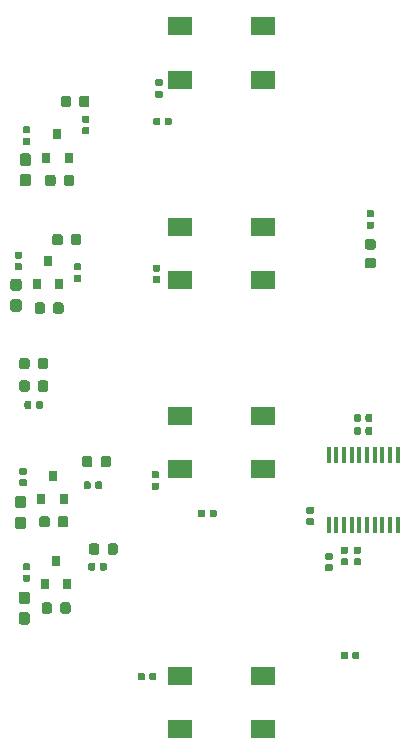
<source format=gbr>
G04 #@! TF.GenerationSoftware,KiCad,Pcbnew,5.1.5+dfsg1-2build2*
G04 #@! TF.CreationDate,2020-10-16T19:58:43-06:00*
G04 #@! TF.ProjectId,remote,72656d6f-7465-42e6-9b69-6361645f7063,rev?*
G04 #@! TF.SameCoordinates,Original*
G04 #@! TF.FileFunction,Paste,Top*
G04 #@! TF.FilePolarity,Positive*
%FSLAX46Y46*%
G04 Gerber Fmt 4.6, Leading zero omitted, Abs format (unit mm)*
G04 Created by KiCad (PCBNEW 5.1.5+dfsg1-2build2) date 2020-10-16 19:58:43*
%MOMM*%
%LPD*%
G04 APERTURE LIST*
%ADD10C,0.100000*%
%ADD11R,0.450000X1.450000*%
%ADD12R,2.000000X1.500000*%
%ADD13R,0.800000X0.900000*%
G04 APERTURE END LIST*
D10*
G36*
X32560779Y-96351144D02*
G01*
X32583834Y-96354563D01*
X32606443Y-96360227D01*
X32628387Y-96368079D01*
X32649457Y-96378044D01*
X32669448Y-96390026D01*
X32688168Y-96403910D01*
X32705438Y-96419562D01*
X32721090Y-96436832D01*
X32734974Y-96455552D01*
X32746956Y-96475543D01*
X32756921Y-96496613D01*
X32764773Y-96518557D01*
X32770437Y-96541166D01*
X32773856Y-96564221D01*
X32775000Y-96587500D01*
X32775000Y-97162500D01*
X32773856Y-97185779D01*
X32770437Y-97208834D01*
X32764773Y-97231443D01*
X32756921Y-97253387D01*
X32746956Y-97274457D01*
X32734974Y-97294448D01*
X32721090Y-97313168D01*
X32705438Y-97330438D01*
X32688168Y-97346090D01*
X32669448Y-97359974D01*
X32649457Y-97371956D01*
X32628387Y-97381921D01*
X32606443Y-97389773D01*
X32583834Y-97395437D01*
X32560779Y-97398856D01*
X32537500Y-97400000D01*
X32062500Y-97400000D01*
X32039221Y-97398856D01*
X32016166Y-97395437D01*
X31993557Y-97389773D01*
X31971613Y-97381921D01*
X31950543Y-97371956D01*
X31930552Y-97359974D01*
X31911832Y-97346090D01*
X31894562Y-97330438D01*
X31878910Y-97313168D01*
X31865026Y-97294448D01*
X31853044Y-97274457D01*
X31843079Y-97253387D01*
X31835227Y-97231443D01*
X31829563Y-97208834D01*
X31826144Y-97185779D01*
X31825000Y-97162500D01*
X31825000Y-96587500D01*
X31826144Y-96564221D01*
X31829563Y-96541166D01*
X31835227Y-96518557D01*
X31843079Y-96496613D01*
X31853044Y-96475543D01*
X31865026Y-96455552D01*
X31878910Y-96436832D01*
X31894562Y-96419562D01*
X31911832Y-96403910D01*
X31930552Y-96390026D01*
X31950543Y-96378044D01*
X31971613Y-96368079D01*
X31993557Y-96360227D01*
X32016166Y-96354563D01*
X32039221Y-96351144D01*
X32062500Y-96350000D01*
X32537500Y-96350000D01*
X32560779Y-96351144D01*
G37*
G36*
X32560779Y-94601144D02*
G01*
X32583834Y-94604563D01*
X32606443Y-94610227D01*
X32628387Y-94618079D01*
X32649457Y-94628044D01*
X32669448Y-94640026D01*
X32688168Y-94653910D01*
X32705438Y-94669562D01*
X32721090Y-94686832D01*
X32734974Y-94705552D01*
X32746956Y-94725543D01*
X32756921Y-94746613D01*
X32764773Y-94768557D01*
X32770437Y-94791166D01*
X32773856Y-94814221D01*
X32775000Y-94837500D01*
X32775000Y-95412500D01*
X32773856Y-95435779D01*
X32770437Y-95458834D01*
X32764773Y-95481443D01*
X32756921Y-95503387D01*
X32746956Y-95524457D01*
X32734974Y-95544448D01*
X32721090Y-95563168D01*
X32705438Y-95580438D01*
X32688168Y-95596090D01*
X32669448Y-95609974D01*
X32649457Y-95621956D01*
X32628387Y-95631921D01*
X32606443Y-95639773D01*
X32583834Y-95645437D01*
X32560779Y-95648856D01*
X32537500Y-95650000D01*
X32062500Y-95650000D01*
X32039221Y-95648856D01*
X32016166Y-95645437D01*
X31993557Y-95639773D01*
X31971613Y-95631921D01*
X31950543Y-95621956D01*
X31930552Y-95609974D01*
X31911832Y-95596090D01*
X31894562Y-95580438D01*
X31878910Y-95563168D01*
X31865026Y-95544448D01*
X31853044Y-95524457D01*
X31843079Y-95503387D01*
X31835227Y-95481443D01*
X31829563Y-95458834D01*
X31826144Y-95435779D01*
X31825000Y-95412500D01*
X31825000Y-94837500D01*
X31826144Y-94814221D01*
X31829563Y-94791166D01*
X31835227Y-94768557D01*
X31843079Y-94746613D01*
X31853044Y-94725543D01*
X31865026Y-94705552D01*
X31878910Y-94686832D01*
X31894562Y-94669562D01*
X31911832Y-94653910D01*
X31930552Y-94640026D01*
X31950543Y-94628044D01*
X31971613Y-94618079D01*
X31993557Y-94610227D01*
X32016166Y-94604563D01*
X32039221Y-94601144D01*
X32062500Y-94600000D01*
X32537500Y-94600000D01*
X32560779Y-94601144D01*
G37*
G36*
X32660779Y-57501144D02*
G01*
X32683834Y-57504563D01*
X32706443Y-57510227D01*
X32728387Y-57518079D01*
X32749457Y-57528044D01*
X32769448Y-57540026D01*
X32788168Y-57553910D01*
X32805438Y-57569562D01*
X32821090Y-57586832D01*
X32834974Y-57605552D01*
X32846956Y-57625543D01*
X32856921Y-57646613D01*
X32864773Y-57668557D01*
X32870437Y-57691166D01*
X32873856Y-57714221D01*
X32875000Y-57737500D01*
X32875000Y-58312500D01*
X32873856Y-58335779D01*
X32870437Y-58358834D01*
X32864773Y-58381443D01*
X32856921Y-58403387D01*
X32846956Y-58424457D01*
X32834974Y-58444448D01*
X32821090Y-58463168D01*
X32805438Y-58480438D01*
X32788168Y-58496090D01*
X32769448Y-58509974D01*
X32749457Y-58521956D01*
X32728387Y-58531921D01*
X32706443Y-58539773D01*
X32683834Y-58545437D01*
X32660779Y-58548856D01*
X32637500Y-58550000D01*
X32162500Y-58550000D01*
X32139221Y-58548856D01*
X32116166Y-58545437D01*
X32093557Y-58539773D01*
X32071613Y-58531921D01*
X32050543Y-58521956D01*
X32030552Y-58509974D01*
X32011832Y-58496090D01*
X31994562Y-58480438D01*
X31978910Y-58463168D01*
X31965026Y-58444448D01*
X31953044Y-58424457D01*
X31943079Y-58403387D01*
X31935227Y-58381443D01*
X31929563Y-58358834D01*
X31926144Y-58335779D01*
X31925000Y-58312500D01*
X31925000Y-57737500D01*
X31926144Y-57714221D01*
X31929563Y-57691166D01*
X31935227Y-57668557D01*
X31943079Y-57646613D01*
X31953044Y-57625543D01*
X31965026Y-57605552D01*
X31978910Y-57586832D01*
X31994562Y-57569562D01*
X32011832Y-57553910D01*
X32030552Y-57540026D01*
X32050543Y-57528044D01*
X32071613Y-57518079D01*
X32093557Y-57510227D01*
X32116166Y-57504563D01*
X32139221Y-57501144D01*
X32162500Y-57500000D01*
X32637500Y-57500000D01*
X32660779Y-57501144D01*
G37*
G36*
X32660779Y-59251144D02*
G01*
X32683834Y-59254563D01*
X32706443Y-59260227D01*
X32728387Y-59268079D01*
X32749457Y-59278044D01*
X32769448Y-59290026D01*
X32788168Y-59303910D01*
X32805438Y-59319562D01*
X32821090Y-59336832D01*
X32834974Y-59355552D01*
X32846956Y-59375543D01*
X32856921Y-59396613D01*
X32864773Y-59418557D01*
X32870437Y-59441166D01*
X32873856Y-59464221D01*
X32875000Y-59487500D01*
X32875000Y-60062500D01*
X32873856Y-60085779D01*
X32870437Y-60108834D01*
X32864773Y-60131443D01*
X32856921Y-60153387D01*
X32846956Y-60174457D01*
X32834974Y-60194448D01*
X32821090Y-60213168D01*
X32805438Y-60230438D01*
X32788168Y-60246090D01*
X32769448Y-60259974D01*
X32749457Y-60271956D01*
X32728387Y-60281921D01*
X32706443Y-60289773D01*
X32683834Y-60295437D01*
X32660779Y-60298856D01*
X32637500Y-60300000D01*
X32162500Y-60300000D01*
X32139221Y-60298856D01*
X32116166Y-60295437D01*
X32093557Y-60289773D01*
X32071613Y-60281921D01*
X32050543Y-60271956D01*
X32030552Y-60259974D01*
X32011832Y-60246090D01*
X31994562Y-60230438D01*
X31978910Y-60213168D01*
X31965026Y-60194448D01*
X31953044Y-60174457D01*
X31943079Y-60153387D01*
X31935227Y-60131443D01*
X31929563Y-60108834D01*
X31926144Y-60085779D01*
X31925000Y-60062500D01*
X31925000Y-59487500D01*
X31926144Y-59464221D01*
X31929563Y-59441166D01*
X31935227Y-59418557D01*
X31943079Y-59396613D01*
X31953044Y-59375543D01*
X31965026Y-59355552D01*
X31978910Y-59336832D01*
X31994562Y-59319562D01*
X32011832Y-59303910D01*
X32030552Y-59290026D01*
X32050543Y-59278044D01*
X32071613Y-59268079D01*
X32093557Y-59260227D01*
X32116166Y-59254563D01*
X32139221Y-59251144D01*
X32162500Y-59250000D01*
X32637500Y-59250000D01*
X32660779Y-59251144D01*
G37*
G36*
X31860779Y-68101144D02*
G01*
X31883834Y-68104563D01*
X31906443Y-68110227D01*
X31928387Y-68118079D01*
X31949457Y-68128044D01*
X31969448Y-68140026D01*
X31988168Y-68153910D01*
X32005438Y-68169562D01*
X32021090Y-68186832D01*
X32034974Y-68205552D01*
X32046956Y-68225543D01*
X32056921Y-68246613D01*
X32064773Y-68268557D01*
X32070437Y-68291166D01*
X32073856Y-68314221D01*
X32075000Y-68337500D01*
X32075000Y-68912500D01*
X32073856Y-68935779D01*
X32070437Y-68958834D01*
X32064773Y-68981443D01*
X32056921Y-69003387D01*
X32046956Y-69024457D01*
X32034974Y-69044448D01*
X32021090Y-69063168D01*
X32005438Y-69080438D01*
X31988168Y-69096090D01*
X31969448Y-69109974D01*
X31949457Y-69121956D01*
X31928387Y-69131921D01*
X31906443Y-69139773D01*
X31883834Y-69145437D01*
X31860779Y-69148856D01*
X31837500Y-69150000D01*
X31362500Y-69150000D01*
X31339221Y-69148856D01*
X31316166Y-69145437D01*
X31293557Y-69139773D01*
X31271613Y-69131921D01*
X31250543Y-69121956D01*
X31230552Y-69109974D01*
X31211832Y-69096090D01*
X31194562Y-69080438D01*
X31178910Y-69063168D01*
X31165026Y-69044448D01*
X31153044Y-69024457D01*
X31143079Y-69003387D01*
X31135227Y-68981443D01*
X31129563Y-68958834D01*
X31126144Y-68935779D01*
X31125000Y-68912500D01*
X31125000Y-68337500D01*
X31126144Y-68314221D01*
X31129563Y-68291166D01*
X31135227Y-68268557D01*
X31143079Y-68246613D01*
X31153044Y-68225543D01*
X31165026Y-68205552D01*
X31178910Y-68186832D01*
X31194562Y-68169562D01*
X31211832Y-68153910D01*
X31230552Y-68140026D01*
X31250543Y-68128044D01*
X31271613Y-68118079D01*
X31293557Y-68110227D01*
X31316166Y-68104563D01*
X31339221Y-68101144D01*
X31362500Y-68100000D01*
X31837500Y-68100000D01*
X31860779Y-68101144D01*
G37*
G36*
X31860779Y-69851144D02*
G01*
X31883834Y-69854563D01*
X31906443Y-69860227D01*
X31928387Y-69868079D01*
X31949457Y-69878044D01*
X31969448Y-69890026D01*
X31988168Y-69903910D01*
X32005438Y-69919562D01*
X32021090Y-69936832D01*
X32034974Y-69955552D01*
X32046956Y-69975543D01*
X32056921Y-69996613D01*
X32064773Y-70018557D01*
X32070437Y-70041166D01*
X32073856Y-70064221D01*
X32075000Y-70087500D01*
X32075000Y-70662500D01*
X32073856Y-70685779D01*
X32070437Y-70708834D01*
X32064773Y-70731443D01*
X32056921Y-70753387D01*
X32046956Y-70774457D01*
X32034974Y-70794448D01*
X32021090Y-70813168D01*
X32005438Y-70830438D01*
X31988168Y-70846090D01*
X31969448Y-70859974D01*
X31949457Y-70871956D01*
X31928387Y-70881921D01*
X31906443Y-70889773D01*
X31883834Y-70895437D01*
X31860779Y-70898856D01*
X31837500Y-70900000D01*
X31362500Y-70900000D01*
X31339221Y-70898856D01*
X31316166Y-70895437D01*
X31293557Y-70889773D01*
X31271613Y-70881921D01*
X31250543Y-70871956D01*
X31230552Y-70859974D01*
X31211832Y-70846090D01*
X31194562Y-70830438D01*
X31178910Y-70813168D01*
X31165026Y-70794448D01*
X31153044Y-70774457D01*
X31143079Y-70753387D01*
X31135227Y-70731443D01*
X31129563Y-70708834D01*
X31126144Y-70685779D01*
X31125000Y-70662500D01*
X31125000Y-70087500D01*
X31126144Y-70064221D01*
X31129563Y-70041166D01*
X31135227Y-70018557D01*
X31143079Y-69996613D01*
X31153044Y-69975543D01*
X31165026Y-69955552D01*
X31178910Y-69936832D01*
X31194562Y-69919562D01*
X31211832Y-69903910D01*
X31230552Y-69890026D01*
X31250543Y-69878044D01*
X31271613Y-69868079D01*
X31293557Y-69860227D01*
X31316166Y-69854563D01*
X31339221Y-69851144D01*
X31362500Y-69850000D01*
X31837500Y-69850000D01*
X31860779Y-69851144D01*
G37*
G36*
X32260779Y-88251144D02*
G01*
X32283834Y-88254563D01*
X32306443Y-88260227D01*
X32328387Y-88268079D01*
X32349457Y-88278044D01*
X32369448Y-88290026D01*
X32388168Y-88303910D01*
X32405438Y-88319562D01*
X32421090Y-88336832D01*
X32434974Y-88355552D01*
X32446956Y-88375543D01*
X32456921Y-88396613D01*
X32464773Y-88418557D01*
X32470437Y-88441166D01*
X32473856Y-88464221D01*
X32475000Y-88487500D01*
X32475000Y-89062500D01*
X32473856Y-89085779D01*
X32470437Y-89108834D01*
X32464773Y-89131443D01*
X32456921Y-89153387D01*
X32446956Y-89174457D01*
X32434974Y-89194448D01*
X32421090Y-89213168D01*
X32405438Y-89230438D01*
X32388168Y-89246090D01*
X32369448Y-89259974D01*
X32349457Y-89271956D01*
X32328387Y-89281921D01*
X32306443Y-89289773D01*
X32283834Y-89295437D01*
X32260779Y-89298856D01*
X32237500Y-89300000D01*
X31762500Y-89300000D01*
X31739221Y-89298856D01*
X31716166Y-89295437D01*
X31693557Y-89289773D01*
X31671613Y-89281921D01*
X31650543Y-89271956D01*
X31630552Y-89259974D01*
X31611832Y-89246090D01*
X31594562Y-89230438D01*
X31578910Y-89213168D01*
X31565026Y-89194448D01*
X31553044Y-89174457D01*
X31543079Y-89153387D01*
X31535227Y-89131443D01*
X31529563Y-89108834D01*
X31526144Y-89085779D01*
X31525000Y-89062500D01*
X31525000Y-88487500D01*
X31526144Y-88464221D01*
X31529563Y-88441166D01*
X31535227Y-88418557D01*
X31543079Y-88396613D01*
X31553044Y-88375543D01*
X31565026Y-88355552D01*
X31578910Y-88336832D01*
X31594562Y-88319562D01*
X31611832Y-88303910D01*
X31630552Y-88290026D01*
X31650543Y-88278044D01*
X31671613Y-88268079D01*
X31693557Y-88260227D01*
X31716166Y-88254563D01*
X31739221Y-88251144D01*
X31762500Y-88250000D01*
X32237500Y-88250000D01*
X32260779Y-88251144D01*
G37*
G36*
X32260779Y-86501144D02*
G01*
X32283834Y-86504563D01*
X32306443Y-86510227D01*
X32328387Y-86518079D01*
X32349457Y-86528044D01*
X32369448Y-86540026D01*
X32388168Y-86553910D01*
X32405438Y-86569562D01*
X32421090Y-86586832D01*
X32434974Y-86605552D01*
X32446956Y-86625543D01*
X32456921Y-86646613D01*
X32464773Y-86668557D01*
X32470437Y-86691166D01*
X32473856Y-86714221D01*
X32475000Y-86737500D01*
X32475000Y-87312500D01*
X32473856Y-87335779D01*
X32470437Y-87358834D01*
X32464773Y-87381443D01*
X32456921Y-87403387D01*
X32446956Y-87424457D01*
X32434974Y-87444448D01*
X32421090Y-87463168D01*
X32405438Y-87480438D01*
X32388168Y-87496090D01*
X32369448Y-87509974D01*
X32349457Y-87521956D01*
X32328387Y-87531921D01*
X32306443Y-87539773D01*
X32283834Y-87545437D01*
X32260779Y-87548856D01*
X32237500Y-87550000D01*
X31762500Y-87550000D01*
X31739221Y-87548856D01*
X31716166Y-87545437D01*
X31693557Y-87539773D01*
X31671613Y-87531921D01*
X31650543Y-87521956D01*
X31630552Y-87509974D01*
X31611832Y-87496090D01*
X31594562Y-87480438D01*
X31578910Y-87463168D01*
X31565026Y-87444448D01*
X31553044Y-87424457D01*
X31543079Y-87403387D01*
X31535227Y-87381443D01*
X31529563Y-87358834D01*
X31526144Y-87335779D01*
X31525000Y-87312500D01*
X31525000Y-86737500D01*
X31526144Y-86714221D01*
X31529563Y-86691166D01*
X31535227Y-86668557D01*
X31543079Y-86646613D01*
X31553044Y-86625543D01*
X31565026Y-86605552D01*
X31578910Y-86586832D01*
X31594562Y-86569562D01*
X31611832Y-86553910D01*
X31630552Y-86540026D01*
X31650543Y-86528044D01*
X31671613Y-86518079D01*
X31693557Y-86510227D01*
X31716166Y-86504563D01*
X31739221Y-86501144D01*
X31762500Y-86500000D01*
X32237500Y-86500000D01*
X32260779Y-86501144D01*
G37*
G36*
X47476958Y-87680710D02*
G01*
X47491276Y-87682834D01*
X47505317Y-87686351D01*
X47518946Y-87691228D01*
X47532031Y-87697417D01*
X47544447Y-87704858D01*
X47556073Y-87713481D01*
X47566798Y-87723202D01*
X47576519Y-87733927D01*
X47585142Y-87745553D01*
X47592583Y-87757969D01*
X47598772Y-87771054D01*
X47603649Y-87784683D01*
X47607166Y-87798724D01*
X47609290Y-87813042D01*
X47610000Y-87827500D01*
X47610000Y-88172500D01*
X47609290Y-88186958D01*
X47607166Y-88201276D01*
X47603649Y-88215317D01*
X47598772Y-88228946D01*
X47592583Y-88242031D01*
X47585142Y-88254447D01*
X47576519Y-88266073D01*
X47566798Y-88276798D01*
X47556073Y-88286519D01*
X47544447Y-88295142D01*
X47532031Y-88302583D01*
X47518946Y-88308772D01*
X47505317Y-88313649D01*
X47491276Y-88317166D01*
X47476958Y-88319290D01*
X47462500Y-88320000D01*
X47167500Y-88320000D01*
X47153042Y-88319290D01*
X47138724Y-88317166D01*
X47124683Y-88313649D01*
X47111054Y-88308772D01*
X47097969Y-88302583D01*
X47085553Y-88295142D01*
X47073927Y-88286519D01*
X47063202Y-88276798D01*
X47053481Y-88266073D01*
X47044858Y-88254447D01*
X47037417Y-88242031D01*
X47031228Y-88228946D01*
X47026351Y-88215317D01*
X47022834Y-88201276D01*
X47020710Y-88186958D01*
X47020000Y-88172500D01*
X47020000Y-87827500D01*
X47020710Y-87813042D01*
X47022834Y-87798724D01*
X47026351Y-87784683D01*
X47031228Y-87771054D01*
X47037417Y-87757969D01*
X47044858Y-87745553D01*
X47053481Y-87733927D01*
X47063202Y-87723202D01*
X47073927Y-87713481D01*
X47085553Y-87704858D01*
X47097969Y-87697417D01*
X47111054Y-87691228D01*
X47124683Y-87686351D01*
X47138724Y-87682834D01*
X47153042Y-87680710D01*
X47167500Y-87680000D01*
X47462500Y-87680000D01*
X47476958Y-87680710D01*
G37*
G36*
X48446958Y-87680710D02*
G01*
X48461276Y-87682834D01*
X48475317Y-87686351D01*
X48488946Y-87691228D01*
X48502031Y-87697417D01*
X48514447Y-87704858D01*
X48526073Y-87713481D01*
X48536798Y-87723202D01*
X48546519Y-87733927D01*
X48555142Y-87745553D01*
X48562583Y-87757969D01*
X48568772Y-87771054D01*
X48573649Y-87784683D01*
X48577166Y-87798724D01*
X48579290Y-87813042D01*
X48580000Y-87827500D01*
X48580000Y-88172500D01*
X48579290Y-88186958D01*
X48577166Y-88201276D01*
X48573649Y-88215317D01*
X48568772Y-88228946D01*
X48562583Y-88242031D01*
X48555142Y-88254447D01*
X48546519Y-88266073D01*
X48536798Y-88276798D01*
X48526073Y-88286519D01*
X48514447Y-88295142D01*
X48502031Y-88302583D01*
X48488946Y-88308772D01*
X48475317Y-88313649D01*
X48461276Y-88317166D01*
X48446958Y-88319290D01*
X48432500Y-88320000D01*
X48137500Y-88320000D01*
X48123042Y-88319290D01*
X48108724Y-88317166D01*
X48094683Y-88313649D01*
X48081054Y-88308772D01*
X48067969Y-88302583D01*
X48055553Y-88295142D01*
X48043927Y-88286519D01*
X48033202Y-88276798D01*
X48023481Y-88266073D01*
X48014858Y-88254447D01*
X48007417Y-88242031D01*
X48001228Y-88228946D01*
X47996351Y-88215317D01*
X47992834Y-88201276D01*
X47990710Y-88186958D01*
X47990000Y-88172500D01*
X47990000Y-87827500D01*
X47990710Y-87813042D01*
X47992834Y-87798724D01*
X47996351Y-87784683D01*
X48001228Y-87771054D01*
X48007417Y-87757969D01*
X48014858Y-87745553D01*
X48023481Y-87733927D01*
X48033202Y-87723202D01*
X48043927Y-87713481D01*
X48055553Y-87704858D01*
X48067969Y-87697417D01*
X48081054Y-87691228D01*
X48094683Y-87686351D01*
X48108724Y-87682834D01*
X48123042Y-87680710D01*
X48137500Y-87680000D01*
X48432500Y-87680000D01*
X48446958Y-87680710D01*
G37*
D11*
X58075000Y-83050000D03*
X58725000Y-83050000D03*
X59375000Y-83050000D03*
X60025000Y-83050000D03*
X60675000Y-83050000D03*
X61325000Y-83050000D03*
X61975000Y-83050000D03*
X62625000Y-83050000D03*
X63275000Y-83050000D03*
X63925000Y-83050000D03*
X63925000Y-88950000D03*
X63275000Y-88950000D03*
X62625000Y-88950000D03*
X61975000Y-88950000D03*
X61325000Y-88950000D03*
X60675000Y-88950000D03*
X60025000Y-88950000D03*
X59375000Y-88950000D03*
X58725000Y-88950000D03*
X58075000Y-88950000D03*
D12*
X52500000Y-51250000D03*
X45500000Y-51250000D03*
X52500000Y-46750000D03*
X45500000Y-46750000D03*
X52500000Y-68250000D03*
X45500000Y-68250000D03*
X52500000Y-63750000D03*
X45500000Y-63750000D03*
X52500000Y-84250000D03*
X45500000Y-84250000D03*
X52500000Y-79750000D03*
X45500000Y-79750000D03*
X45500000Y-101750000D03*
X52500000Y-101750000D03*
X45500000Y-106250000D03*
X52500000Y-106250000D03*
D10*
G36*
X36052691Y-52626053D02*
G01*
X36073926Y-52629203D01*
X36094750Y-52634419D01*
X36114962Y-52641651D01*
X36134368Y-52650830D01*
X36152781Y-52661866D01*
X36170024Y-52674654D01*
X36185930Y-52689070D01*
X36200346Y-52704976D01*
X36213134Y-52722219D01*
X36224170Y-52740632D01*
X36233349Y-52760038D01*
X36240581Y-52780250D01*
X36245797Y-52801074D01*
X36248947Y-52822309D01*
X36250000Y-52843750D01*
X36250000Y-53356250D01*
X36248947Y-53377691D01*
X36245797Y-53398926D01*
X36240581Y-53419750D01*
X36233349Y-53439962D01*
X36224170Y-53459368D01*
X36213134Y-53477781D01*
X36200346Y-53495024D01*
X36185930Y-53510930D01*
X36170024Y-53525346D01*
X36152781Y-53538134D01*
X36134368Y-53549170D01*
X36114962Y-53558349D01*
X36094750Y-53565581D01*
X36073926Y-53570797D01*
X36052691Y-53573947D01*
X36031250Y-53575000D01*
X35593750Y-53575000D01*
X35572309Y-53573947D01*
X35551074Y-53570797D01*
X35530250Y-53565581D01*
X35510038Y-53558349D01*
X35490632Y-53549170D01*
X35472219Y-53538134D01*
X35454976Y-53525346D01*
X35439070Y-53510930D01*
X35424654Y-53495024D01*
X35411866Y-53477781D01*
X35400830Y-53459368D01*
X35391651Y-53439962D01*
X35384419Y-53419750D01*
X35379203Y-53398926D01*
X35376053Y-53377691D01*
X35375000Y-53356250D01*
X35375000Y-52843750D01*
X35376053Y-52822309D01*
X35379203Y-52801074D01*
X35384419Y-52780250D01*
X35391651Y-52760038D01*
X35400830Y-52740632D01*
X35411866Y-52722219D01*
X35424654Y-52704976D01*
X35439070Y-52689070D01*
X35454976Y-52674654D01*
X35472219Y-52661866D01*
X35490632Y-52650830D01*
X35510038Y-52641651D01*
X35530250Y-52634419D01*
X35551074Y-52629203D01*
X35572309Y-52626053D01*
X35593750Y-52625000D01*
X36031250Y-52625000D01*
X36052691Y-52626053D01*
G37*
G36*
X37627691Y-52626053D02*
G01*
X37648926Y-52629203D01*
X37669750Y-52634419D01*
X37689962Y-52641651D01*
X37709368Y-52650830D01*
X37727781Y-52661866D01*
X37745024Y-52674654D01*
X37760930Y-52689070D01*
X37775346Y-52704976D01*
X37788134Y-52722219D01*
X37799170Y-52740632D01*
X37808349Y-52760038D01*
X37815581Y-52780250D01*
X37820797Y-52801074D01*
X37823947Y-52822309D01*
X37825000Y-52843750D01*
X37825000Y-53356250D01*
X37823947Y-53377691D01*
X37820797Y-53398926D01*
X37815581Y-53419750D01*
X37808349Y-53439962D01*
X37799170Y-53459368D01*
X37788134Y-53477781D01*
X37775346Y-53495024D01*
X37760930Y-53510930D01*
X37745024Y-53525346D01*
X37727781Y-53538134D01*
X37709368Y-53549170D01*
X37689962Y-53558349D01*
X37669750Y-53565581D01*
X37648926Y-53570797D01*
X37627691Y-53573947D01*
X37606250Y-53575000D01*
X37168750Y-53575000D01*
X37147309Y-53573947D01*
X37126074Y-53570797D01*
X37105250Y-53565581D01*
X37085038Y-53558349D01*
X37065632Y-53549170D01*
X37047219Y-53538134D01*
X37029976Y-53525346D01*
X37014070Y-53510930D01*
X36999654Y-53495024D01*
X36986866Y-53477781D01*
X36975830Y-53459368D01*
X36966651Y-53439962D01*
X36959419Y-53419750D01*
X36954203Y-53398926D01*
X36951053Y-53377691D01*
X36950000Y-53356250D01*
X36950000Y-52843750D01*
X36951053Y-52822309D01*
X36954203Y-52801074D01*
X36959419Y-52780250D01*
X36966651Y-52760038D01*
X36975830Y-52740632D01*
X36986866Y-52722219D01*
X36999654Y-52704976D01*
X37014070Y-52689070D01*
X37029976Y-52674654D01*
X37047219Y-52661866D01*
X37065632Y-52650830D01*
X37085038Y-52641651D01*
X37105250Y-52634419D01*
X37126074Y-52629203D01*
X37147309Y-52626053D01*
X37168750Y-52625000D01*
X37606250Y-52625000D01*
X37627691Y-52626053D01*
G37*
G36*
X36327691Y-59326053D02*
G01*
X36348926Y-59329203D01*
X36369750Y-59334419D01*
X36389962Y-59341651D01*
X36409368Y-59350830D01*
X36427781Y-59361866D01*
X36445024Y-59374654D01*
X36460930Y-59389070D01*
X36475346Y-59404976D01*
X36488134Y-59422219D01*
X36499170Y-59440632D01*
X36508349Y-59460038D01*
X36515581Y-59480250D01*
X36520797Y-59501074D01*
X36523947Y-59522309D01*
X36525000Y-59543750D01*
X36525000Y-60056250D01*
X36523947Y-60077691D01*
X36520797Y-60098926D01*
X36515581Y-60119750D01*
X36508349Y-60139962D01*
X36499170Y-60159368D01*
X36488134Y-60177781D01*
X36475346Y-60195024D01*
X36460930Y-60210930D01*
X36445024Y-60225346D01*
X36427781Y-60238134D01*
X36409368Y-60249170D01*
X36389962Y-60258349D01*
X36369750Y-60265581D01*
X36348926Y-60270797D01*
X36327691Y-60273947D01*
X36306250Y-60275000D01*
X35868750Y-60275000D01*
X35847309Y-60273947D01*
X35826074Y-60270797D01*
X35805250Y-60265581D01*
X35785038Y-60258349D01*
X35765632Y-60249170D01*
X35747219Y-60238134D01*
X35729976Y-60225346D01*
X35714070Y-60210930D01*
X35699654Y-60195024D01*
X35686866Y-60177781D01*
X35675830Y-60159368D01*
X35666651Y-60139962D01*
X35659419Y-60119750D01*
X35654203Y-60098926D01*
X35651053Y-60077691D01*
X35650000Y-60056250D01*
X35650000Y-59543750D01*
X35651053Y-59522309D01*
X35654203Y-59501074D01*
X35659419Y-59480250D01*
X35666651Y-59460038D01*
X35675830Y-59440632D01*
X35686866Y-59422219D01*
X35699654Y-59404976D01*
X35714070Y-59389070D01*
X35729976Y-59374654D01*
X35747219Y-59361866D01*
X35765632Y-59350830D01*
X35785038Y-59341651D01*
X35805250Y-59334419D01*
X35826074Y-59329203D01*
X35847309Y-59326053D01*
X35868750Y-59325000D01*
X36306250Y-59325000D01*
X36327691Y-59326053D01*
G37*
G36*
X34752691Y-59326053D02*
G01*
X34773926Y-59329203D01*
X34794750Y-59334419D01*
X34814962Y-59341651D01*
X34834368Y-59350830D01*
X34852781Y-59361866D01*
X34870024Y-59374654D01*
X34885930Y-59389070D01*
X34900346Y-59404976D01*
X34913134Y-59422219D01*
X34924170Y-59440632D01*
X34933349Y-59460038D01*
X34940581Y-59480250D01*
X34945797Y-59501074D01*
X34948947Y-59522309D01*
X34950000Y-59543750D01*
X34950000Y-60056250D01*
X34948947Y-60077691D01*
X34945797Y-60098926D01*
X34940581Y-60119750D01*
X34933349Y-60139962D01*
X34924170Y-60159368D01*
X34913134Y-60177781D01*
X34900346Y-60195024D01*
X34885930Y-60210930D01*
X34870024Y-60225346D01*
X34852781Y-60238134D01*
X34834368Y-60249170D01*
X34814962Y-60258349D01*
X34794750Y-60265581D01*
X34773926Y-60270797D01*
X34752691Y-60273947D01*
X34731250Y-60275000D01*
X34293750Y-60275000D01*
X34272309Y-60273947D01*
X34251074Y-60270797D01*
X34230250Y-60265581D01*
X34210038Y-60258349D01*
X34190632Y-60249170D01*
X34172219Y-60238134D01*
X34154976Y-60225346D01*
X34139070Y-60210930D01*
X34124654Y-60195024D01*
X34111866Y-60177781D01*
X34100830Y-60159368D01*
X34091651Y-60139962D01*
X34084419Y-60119750D01*
X34079203Y-60098926D01*
X34076053Y-60077691D01*
X34075000Y-60056250D01*
X34075000Y-59543750D01*
X34076053Y-59522309D01*
X34079203Y-59501074D01*
X34084419Y-59480250D01*
X34091651Y-59460038D01*
X34100830Y-59440632D01*
X34111866Y-59422219D01*
X34124654Y-59404976D01*
X34139070Y-59389070D01*
X34154976Y-59374654D01*
X34172219Y-59361866D01*
X34190632Y-59350830D01*
X34210038Y-59341651D01*
X34230250Y-59334419D01*
X34251074Y-59329203D01*
X34272309Y-59326053D01*
X34293750Y-59325000D01*
X34731250Y-59325000D01*
X34752691Y-59326053D01*
G37*
G36*
X35427691Y-70126053D02*
G01*
X35448926Y-70129203D01*
X35469750Y-70134419D01*
X35489962Y-70141651D01*
X35509368Y-70150830D01*
X35527781Y-70161866D01*
X35545024Y-70174654D01*
X35560930Y-70189070D01*
X35575346Y-70204976D01*
X35588134Y-70222219D01*
X35599170Y-70240632D01*
X35608349Y-70260038D01*
X35615581Y-70280250D01*
X35620797Y-70301074D01*
X35623947Y-70322309D01*
X35625000Y-70343750D01*
X35625000Y-70856250D01*
X35623947Y-70877691D01*
X35620797Y-70898926D01*
X35615581Y-70919750D01*
X35608349Y-70939962D01*
X35599170Y-70959368D01*
X35588134Y-70977781D01*
X35575346Y-70995024D01*
X35560930Y-71010930D01*
X35545024Y-71025346D01*
X35527781Y-71038134D01*
X35509368Y-71049170D01*
X35489962Y-71058349D01*
X35469750Y-71065581D01*
X35448926Y-71070797D01*
X35427691Y-71073947D01*
X35406250Y-71075000D01*
X34968750Y-71075000D01*
X34947309Y-71073947D01*
X34926074Y-71070797D01*
X34905250Y-71065581D01*
X34885038Y-71058349D01*
X34865632Y-71049170D01*
X34847219Y-71038134D01*
X34829976Y-71025346D01*
X34814070Y-71010930D01*
X34799654Y-70995024D01*
X34786866Y-70977781D01*
X34775830Y-70959368D01*
X34766651Y-70939962D01*
X34759419Y-70919750D01*
X34754203Y-70898926D01*
X34751053Y-70877691D01*
X34750000Y-70856250D01*
X34750000Y-70343750D01*
X34751053Y-70322309D01*
X34754203Y-70301074D01*
X34759419Y-70280250D01*
X34766651Y-70260038D01*
X34775830Y-70240632D01*
X34786866Y-70222219D01*
X34799654Y-70204976D01*
X34814070Y-70189070D01*
X34829976Y-70174654D01*
X34847219Y-70161866D01*
X34865632Y-70150830D01*
X34885038Y-70141651D01*
X34905250Y-70134419D01*
X34926074Y-70129203D01*
X34947309Y-70126053D01*
X34968750Y-70125000D01*
X35406250Y-70125000D01*
X35427691Y-70126053D01*
G37*
G36*
X33852691Y-70126053D02*
G01*
X33873926Y-70129203D01*
X33894750Y-70134419D01*
X33914962Y-70141651D01*
X33934368Y-70150830D01*
X33952781Y-70161866D01*
X33970024Y-70174654D01*
X33985930Y-70189070D01*
X34000346Y-70204976D01*
X34013134Y-70222219D01*
X34024170Y-70240632D01*
X34033349Y-70260038D01*
X34040581Y-70280250D01*
X34045797Y-70301074D01*
X34048947Y-70322309D01*
X34050000Y-70343750D01*
X34050000Y-70856250D01*
X34048947Y-70877691D01*
X34045797Y-70898926D01*
X34040581Y-70919750D01*
X34033349Y-70939962D01*
X34024170Y-70959368D01*
X34013134Y-70977781D01*
X34000346Y-70995024D01*
X33985930Y-71010930D01*
X33970024Y-71025346D01*
X33952781Y-71038134D01*
X33934368Y-71049170D01*
X33914962Y-71058349D01*
X33894750Y-71065581D01*
X33873926Y-71070797D01*
X33852691Y-71073947D01*
X33831250Y-71075000D01*
X33393750Y-71075000D01*
X33372309Y-71073947D01*
X33351074Y-71070797D01*
X33330250Y-71065581D01*
X33310038Y-71058349D01*
X33290632Y-71049170D01*
X33272219Y-71038134D01*
X33254976Y-71025346D01*
X33239070Y-71010930D01*
X33224654Y-70995024D01*
X33211866Y-70977781D01*
X33200830Y-70959368D01*
X33191651Y-70939962D01*
X33184419Y-70919750D01*
X33179203Y-70898926D01*
X33176053Y-70877691D01*
X33175000Y-70856250D01*
X33175000Y-70343750D01*
X33176053Y-70322309D01*
X33179203Y-70301074D01*
X33184419Y-70280250D01*
X33191651Y-70260038D01*
X33200830Y-70240632D01*
X33211866Y-70222219D01*
X33224654Y-70204976D01*
X33239070Y-70189070D01*
X33254976Y-70174654D01*
X33272219Y-70161866D01*
X33290632Y-70150830D01*
X33310038Y-70141651D01*
X33330250Y-70134419D01*
X33351074Y-70129203D01*
X33372309Y-70126053D01*
X33393750Y-70125000D01*
X33831250Y-70125000D01*
X33852691Y-70126053D01*
G37*
G36*
X35827691Y-88226053D02*
G01*
X35848926Y-88229203D01*
X35869750Y-88234419D01*
X35889962Y-88241651D01*
X35909368Y-88250830D01*
X35927781Y-88261866D01*
X35945024Y-88274654D01*
X35960930Y-88289070D01*
X35975346Y-88304976D01*
X35988134Y-88322219D01*
X35999170Y-88340632D01*
X36008349Y-88360038D01*
X36015581Y-88380250D01*
X36020797Y-88401074D01*
X36023947Y-88422309D01*
X36025000Y-88443750D01*
X36025000Y-88956250D01*
X36023947Y-88977691D01*
X36020797Y-88998926D01*
X36015581Y-89019750D01*
X36008349Y-89039962D01*
X35999170Y-89059368D01*
X35988134Y-89077781D01*
X35975346Y-89095024D01*
X35960930Y-89110930D01*
X35945024Y-89125346D01*
X35927781Y-89138134D01*
X35909368Y-89149170D01*
X35889962Y-89158349D01*
X35869750Y-89165581D01*
X35848926Y-89170797D01*
X35827691Y-89173947D01*
X35806250Y-89175000D01*
X35368750Y-89175000D01*
X35347309Y-89173947D01*
X35326074Y-89170797D01*
X35305250Y-89165581D01*
X35285038Y-89158349D01*
X35265632Y-89149170D01*
X35247219Y-89138134D01*
X35229976Y-89125346D01*
X35214070Y-89110930D01*
X35199654Y-89095024D01*
X35186866Y-89077781D01*
X35175830Y-89059368D01*
X35166651Y-89039962D01*
X35159419Y-89019750D01*
X35154203Y-88998926D01*
X35151053Y-88977691D01*
X35150000Y-88956250D01*
X35150000Y-88443750D01*
X35151053Y-88422309D01*
X35154203Y-88401074D01*
X35159419Y-88380250D01*
X35166651Y-88360038D01*
X35175830Y-88340632D01*
X35186866Y-88322219D01*
X35199654Y-88304976D01*
X35214070Y-88289070D01*
X35229976Y-88274654D01*
X35247219Y-88261866D01*
X35265632Y-88250830D01*
X35285038Y-88241651D01*
X35305250Y-88234419D01*
X35326074Y-88229203D01*
X35347309Y-88226053D01*
X35368750Y-88225000D01*
X35806250Y-88225000D01*
X35827691Y-88226053D01*
G37*
G36*
X34252691Y-88226053D02*
G01*
X34273926Y-88229203D01*
X34294750Y-88234419D01*
X34314962Y-88241651D01*
X34334368Y-88250830D01*
X34352781Y-88261866D01*
X34370024Y-88274654D01*
X34385930Y-88289070D01*
X34400346Y-88304976D01*
X34413134Y-88322219D01*
X34424170Y-88340632D01*
X34433349Y-88360038D01*
X34440581Y-88380250D01*
X34445797Y-88401074D01*
X34448947Y-88422309D01*
X34450000Y-88443750D01*
X34450000Y-88956250D01*
X34448947Y-88977691D01*
X34445797Y-88998926D01*
X34440581Y-89019750D01*
X34433349Y-89039962D01*
X34424170Y-89059368D01*
X34413134Y-89077781D01*
X34400346Y-89095024D01*
X34385930Y-89110930D01*
X34370024Y-89125346D01*
X34352781Y-89138134D01*
X34334368Y-89149170D01*
X34314962Y-89158349D01*
X34294750Y-89165581D01*
X34273926Y-89170797D01*
X34252691Y-89173947D01*
X34231250Y-89175000D01*
X33793750Y-89175000D01*
X33772309Y-89173947D01*
X33751074Y-89170797D01*
X33730250Y-89165581D01*
X33710038Y-89158349D01*
X33690632Y-89149170D01*
X33672219Y-89138134D01*
X33654976Y-89125346D01*
X33639070Y-89110930D01*
X33624654Y-89095024D01*
X33611866Y-89077781D01*
X33600830Y-89059368D01*
X33591651Y-89039962D01*
X33584419Y-89019750D01*
X33579203Y-88998926D01*
X33576053Y-88977691D01*
X33575000Y-88956250D01*
X33575000Y-88443750D01*
X33576053Y-88422309D01*
X33579203Y-88401074D01*
X33584419Y-88380250D01*
X33591651Y-88360038D01*
X33600830Y-88340632D01*
X33611866Y-88322219D01*
X33624654Y-88304976D01*
X33639070Y-88289070D01*
X33654976Y-88274654D01*
X33672219Y-88261866D01*
X33690632Y-88250830D01*
X33710038Y-88241651D01*
X33730250Y-88234419D01*
X33751074Y-88229203D01*
X33772309Y-88226053D01*
X33793750Y-88225000D01*
X34231250Y-88225000D01*
X34252691Y-88226053D01*
G37*
G36*
X36027691Y-95526053D02*
G01*
X36048926Y-95529203D01*
X36069750Y-95534419D01*
X36089962Y-95541651D01*
X36109368Y-95550830D01*
X36127781Y-95561866D01*
X36145024Y-95574654D01*
X36160930Y-95589070D01*
X36175346Y-95604976D01*
X36188134Y-95622219D01*
X36199170Y-95640632D01*
X36208349Y-95660038D01*
X36215581Y-95680250D01*
X36220797Y-95701074D01*
X36223947Y-95722309D01*
X36225000Y-95743750D01*
X36225000Y-96256250D01*
X36223947Y-96277691D01*
X36220797Y-96298926D01*
X36215581Y-96319750D01*
X36208349Y-96339962D01*
X36199170Y-96359368D01*
X36188134Y-96377781D01*
X36175346Y-96395024D01*
X36160930Y-96410930D01*
X36145024Y-96425346D01*
X36127781Y-96438134D01*
X36109368Y-96449170D01*
X36089962Y-96458349D01*
X36069750Y-96465581D01*
X36048926Y-96470797D01*
X36027691Y-96473947D01*
X36006250Y-96475000D01*
X35568750Y-96475000D01*
X35547309Y-96473947D01*
X35526074Y-96470797D01*
X35505250Y-96465581D01*
X35485038Y-96458349D01*
X35465632Y-96449170D01*
X35447219Y-96438134D01*
X35429976Y-96425346D01*
X35414070Y-96410930D01*
X35399654Y-96395024D01*
X35386866Y-96377781D01*
X35375830Y-96359368D01*
X35366651Y-96339962D01*
X35359419Y-96319750D01*
X35354203Y-96298926D01*
X35351053Y-96277691D01*
X35350000Y-96256250D01*
X35350000Y-95743750D01*
X35351053Y-95722309D01*
X35354203Y-95701074D01*
X35359419Y-95680250D01*
X35366651Y-95660038D01*
X35375830Y-95640632D01*
X35386866Y-95622219D01*
X35399654Y-95604976D01*
X35414070Y-95589070D01*
X35429976Y-95574654D01*
X35447219Y-95561866D01*
X35465632Y-95550830D01*
X35485038Y-95541651D01*
X35505250Y-95534419D01*
X35526074Y-95529203D01*
X35547309Y-95526053D01*
X35568750Y-95525000D01*
X36006250Y-95525000D01*
X36027691Y-95526053D01*
G37*
G36*
X34452691Y-95526053D02*
G01*
X34473926Y-95529203D01*
X34494750Y-95534419D01*
X34514962Y-95541651D01*
X34534368Y-95550830D01*
X34552781Y-95561866D01*
X34570024Y-95574654D01*
X34585930Y-95589070D01*
X34600346Y-95604976D01*
X34613134Y-95622219D01*
X34624170Y-95640632D01*
X34633349Y-95660038D01*
X34640581Y-95680250D01*
X34645797Y-95701074D01*
X34648947Y-95722309D01*
X34650000Y-95743750D01*
X34650000Y-96256250D01*
X34648947Y-96277691D01*
X34645797Y-96298926D01*
X34640581Y-96319750D01*
X34633349Y-96339962D01*
X34624170Y-96359368D01*
X34613134Y-96377781D01*
X34600346Y-96395024D01*
X34585930Y-96410930D01*
X34570024Y-96425346D01*
X34552781Y-96438134D01*
X34534368Y-96449170D01*
X34514962Y-96458349D01*
X34494750Y-96465581D01*
X34473926Y-96470797D01*
X34452691Y-96473947D01*
X34431250Y-96475000D01*
X33993750Y-96475000D01*
X33972309Y-96473947D01*
X33951074Y-96470797D01*
X33930250Y-96465581D01*
X33910038Y-96458349D01*
X33890632Y-96449170D01*
X33872219Y-96438134D01*
X33854976Y-96425346D01*
X33839070Y-96410930D01*
X33824654Y-96395024D01*
X33811866Y-96377781D01*
X33800830Y-96359368D01*
X33791651Y-96339962D01*
X33784419Y-96319750D01*
X33779203Y-96298926D01*
X33776053Y-96277691D01*
X33775000Y-96256250D01*
X33775000Y-95743750D01*
X33776053Y-95722309D01*
X33779203Y-95701074D01*
X33784419Y-95680250D01*
X33791651Y-95660038D01*
X33800830Y-95640632D01*
X33811866Y-95622219D01*
X33824654Y-95604976D01*
X33839070Y-95589070D01*
X33854976Y-95574654D01*
X33872219Y-95561866D01*
X33890632Y-95550830D01*
X33910038Y-95541651D01*
X33930250Y-95534419D01*
X33951074Y-95529203D01*
X33972309Y-95526053D01*
X33993750Y-95525000D01*
X34431250Y-95525000D01*
X34452691Y-95526053D01*
G37*
G36*
X32686958Y-55220710D02*
G01*
X32701276Y-55222834D01*
X32715317Y-55226351D01*
X32728946Y-55231228D01*
X32742031Y-55237417D01*
X32754447Y-55244858D01*
X32766073Y-55253481D01*
X32776798Y-55263202D01*
X32786519Y-55273927D01*
X32795142Y-55285553D01*
X32802583Y-55297969D01*
X32808772Y-55311054D01*
X32813649Y-55324683D01*
X32817166Y-55338724D01*
X32819290Y-55353042D01*
X32820000Y-55367500D01*
X32820000Y-55662500D01*
X32819290Y-55676958D01*
X32817166Y-55691276D01*
X32813649Y-55705317D01*
X32808772Y-55718946D01*
X32802583Y-55732031D01*
X32795142Y-55744447D01*
X32786519Y-55756073D01*
X32776798Y-55766798D01*
X32766073Y-55776519D01*
X32754447Y-55785142D01*
X32742031Y-55792583D01*
X32728946Y-55798772D01*
X32715317Y-55803649D01*
X32701276Y-55807166D01*
X32686958Y-55809290D01*
X32672500Y-55810000D01*
X32327500Y-55810000D01*
X32313042Y-55809290D01*
X32298724Y-55807166D01*
X32284683Y-55803649D01*
X32271054Y-55798772D01*
X32257969Y-55792583D01*
X32245553Y-55785142D01*
X32233927Y-55776519D01*
X32223202Y-55766798D01*
X32213481Y-55756073D01*
X32204858Y-55744447D01*
X32197417Y-55732031D01*
X32191228Y-55718946D01*
X32186351Y-55705317D01*
X32182834Y-55691276D01*
X32180710Y-55676958D01*
X32180000Y-55662500D01*
X32180000Y-55367500D01*
X32180710Y-55353042D01*
X32182834Y-55338724D01*
X32186351Y-55324683D01*
X32191228Y-55311054D01*
X32197417Y-55297969D01*
X32204858Y-55285553D01*
X32213481Y-55273927D01*
X32223202Y-55263202D01*
X32233927Y-55253481D01*
X32245553Y-55244858D01*
X32257969Y-55237417D01*
X32271054Y-55231228D01*
X32284683Y-55226351D01*
X32298724Y-55222834D01*
X32313042Y-55220710D01*
X32327500Y-55220000D01*
X32672500Y-55220000D01*
X32686958Y-55220710D01*
G37*
G36*
X32686958Y-56190710D02*
G01*
X32701276Y-56192834D01*
X32715317Y-56196351D01*
X32728946Y-56201228D01*
X32742031Y-56207417D01*
X32754447Y-56214858D01*
X32766073Y-56223481D01*
X32776798Y-56233202D01*
X32786519Y-56243927D01*
X32795142Y-56255553D01*
X32802583Y-56267969D01*
X32808772Y-56281054D01*
X32813649Y-56294683D01*
X32817166Y-56308724D01*
X32819290Y-56323042D01*
X32820000Y-56337500D01*
X32820000Y-56632500D01*
X32819290Y-56646958D01*
X32817166Y-56661276D01*
X32813649Y-56675317D01*
X32808772Y-56688946D01*
X32802583Y-56702031D01*
X32795142Y-56714447D01*
X32786519Y-56726073D01*
X32776798Y-56736798D01*
X32766073Y-56746519D01*
X32754447Y-56755142D01*
X32742031Y-56762583D01*
X32728946Y-56768772D01*
X32715317Y-56773649D01*
X32701276Y-56777166D01*
X32686958Y-56779290D01*
X32672500Y-56780000D01*
X32327500Y-56780000D01*
X32313042Y-56779290D01*
X32298724Y-56777166D01*
X32284683Y-56773649D01*
X32271054Y-56768772D01*
X32257969Y-56762583D01*
X32245553Y-56755142D01*
X32233927Y-56746519D01*
X32223202Y-56736798D01*
X32213481Y-56726073D01*
X32204858Y-56714447D01*
X32197417Y-56702031D01*
X32191228Y-56688946D01*
X32186351Y-56675317D01*
X32182834Y-56661276D01*
X32180710Y-56646958D01*
X32180000Y-56632500D01*
X32180000Y-56337500D01*
X32180710Y-56323042D01*
X32182834Y-56308724D01*
X32186351Y-56294683D01*
X32191228Y-56281054D01*
X32197417Y-56267969D01*
X32204858Y-56255553D01*
X32213481Y-56243927D01*
X32223202Y-56233202D01*
X32233927Y-56223481D01*
X32245553Y-56214858D01*
X32257969Y-56207417D01*
X32271054Y-56201228D01*
X32284683Y-56196351D01*
X32298724Y-56192834D01*
X32313042Y-56190710D01*
X32327500Y-56190000D01*
X32672500Y-56190000D01*
X32686958Y-56190710D01*
G37*
G36*
X31986958Y-65820710D02*
G01*
X32001276Y-65822834D01*
X32015317Y-65826351D01*
X32028946Y-65831228D01*
X32042031Y-65837417D01*
X32054447Y-65844858D01*
X32066073Y-65853481D01*
X32076798Y-65863202D01*
X32086519Y-65873927D01*
X32095142Y-65885553D01*
X32102583Y-65897969D01*
X32108772Y-65911054D01*
X32113649Y-65924683D01*
X32117166Y-65938724D01*
X32119290Y-65953042D01*
X32120000Y-65967500D01*
X32120000Y-66262500D01*
X32119290Y-66276958D01*
X32117166Y-66291276D01*
X32113649Y-66305317D01*
X32108772Y-66318946D01*
X32102583Y-66332031D01*
X32095142Y-66344447D01*
X32086519Y-66356073D01*
X32076798Y-66366798D01*
X32066073Y-66376519D01*
X32054447Y-66385142D01*
X32042031Y-66392583D01*
X32028946Y-66398772D01*
X32015317Y-66403649D01*
X32001276Y-66407166D01*
X31986958Y-66409290D01*
X31972500Y-66410000D01*
X31627500Y-66410000D01*
X31613042Y-66409290D01*
X31598724Y-66407166D01*
X31584683Y-66403649D01*
X31571054Y-66398772D01*
X31557969Y-66392583D01*
X31545553Y-66385142D01*
X31533927Y-66376519D01*
X31523202Y-66366798D01*
X31513481Y-66356073D01*
X31504858Y-66344447D01*
X31497417Y-66332031D01*
X31491228Y-66318946D01*
X31486351Y-66305317D01*
X31482834Y-66291276D01*
X31480710Y-66276958D01*
X31480000Y-66262500D01*
X31480000Y-65967500D01*
X31480710Y-65953042D01*
X31482834Y-65938724D01*
X31486351Y-65924683D01*
X31491228Y-65911054D01*
X31497417Y-65897969D01*
X31504858Y-65885553D01*
X31513481Y-65873927D01*
X31523202Y-65863202D01*
X31533927Y-65853481D01*
X31545553Y-65844858D01*
X31557969Y-65837417D01*
X31571054Y-65831228D01*
X31584683Y-65826351D01*
X31598724Y-65822834D01*
X31613042Y-65820710D01*
X31627500Y-65820000D01*
X31972500Y-65820000D01*
X31986958Y-65820710D01*
G37*
G36*
X31986958Y-66790710D02*
G01*
X32001276Y-66792834D01*
X32015317Y-66796351D01*
X32028946Y-66801228D01*
X32042031Y-66807417D01*
X32054447Y-66814858D01*
X32066073Y-66823481D01*
X32076798Y-66833202D01*
X32086519Y-66843927D01*
X32095142Y-66855553D01*
X32102583Y-66867969D01*
X32108772Y-66881054D01*
X32113649Y-66894683D01*
X32117166Y-66908724D01*
X32119290Y-66923042D01*
X32120000Y-66937500D01*
X32120000Y-67232500D01*
X32119290Y-67246958D01*
X32117166Y-67261276D01*
X32113649Y-67275317D01*
X32108772Y-67288946D01*
X32102583Y-67302031D01*
X32095142Y-67314447D01*
X32086519Y-67326073D01*
X32076798Y-67336798D01*
X32066073Y-67346519D01*
X32054447Y-67355142D01*
X32042031Y-67362583D01*
X32028946Y-67368772D01*
X32015317Y-67373649D01*
X32001276Y-67377166D01*
X31986958Y-67379290D01*
X31972500Y-67380000D01*
X31627500Y-67380000D01*
X31613042Y-67379290D01*
X31598724Y-67377166D01*
X31584683Y-67373649D01*
X31571054Y-67368772D01*
X31557969Y-67362583D01*
X31545553Y-67355142D01*
X31533927Y-67346519D01*
X31523202Y-67336798D01*
X31513481Y-67326073D01*
X31504858Y-67314447D01*
X31497417Y-67302031D01*
X31491228Y-67288946D01*
X31486351Y-67275317D01*
X31482834Y-67261276D01*
X31480710Y-67246958D01*
X31480000Y-67232500D01*
X31480000Y-66937500D01*
X31480710Y-66923042D01*
X31482834Y-66908724D01*
X31486351Y-66894683D01*
X31491228Y-66881054D01*
X31497417Y-66867969D01*
X31504858Y-66855553D01*
X31513481Y-66843927D01*
X31523202Y-66833202D01*
X31533927Y-66823481D01*
X31545553Y-66814858D01*
X31557969Y-66807417D01*
X31571054Y-66801228D01*
X31584683Y-66796351D01*
X31598724Y-66792834D01*
X31613042Y-66790710D01*
X31627500Y-66790000D01*
X31972500Y-66790000D01*
X31986958Y-66790710D01*
G37*
G36*
X32386958Y-84120710D02*
G01*
X32401276Y-84122834D01*
X32415317Y-84126351D01*
X32428946Y-84131228D01*
X32442031Y-84137417D01*
X32454447Y-84144858D01*
X32466073Y-84153481D01*
X32476798Y-84163202D01*
X32486519Y-84173927D01*
X32495142Y-84185553D01*
X32502583Y-84197969D01*
X32508772Y-84211054D01*
X32513649Y-84224683D01*
X32517166Y-84238724D01*
X32519290Y-84253042D01*
X32520000Y-84267500D01*
X32520000Y-84562500D01*
X32519290Y-84576958D01*
X32517166Y-84591276D01*
X32513649Y-84605317D01*
X32508772Y-84618946D01*
X32502583Y-84632031D01*
X32495142Y-84644447D01*
X32486519Y-84656073D01*
X32476798Y-84666798D01*
X32466073Y-84676519D01*
X32454447Y-84685142D01*
X32442031Y-84692583D01*
X32428946Y-84698772D01*
X32415317Y-84703649D01*
X32401276Y-84707166D01*
X32386958Y-84709290D01*
X32372500Y-84710000D01*
X32027500Y-84710000D01*
X32013042Y-84709290D01*
X31998724Y-84707166D01*
X31984683Y-84703649D01*
X31971054Y-84698772D01*
X31957969Y-84692583D01*
X31945553Y-84685142D01*
X31933927Y-84676519D01*
X31923202Y-84666798D01*
X31913481Y-84656073D01*
X31904858Y-84644447D01*
X31897417Y-84632031D01*
X31891228Y-84618946D01*
X31886351Y-84605317D01*
X31882834Y-84591276D01*
X31880710Y-84576958D01*
X31880000Y-84562500D01*
X31880000Y-84267500D01*
X31880710Y-84253042D01*
X31882834Y-84238724D01*
X31886351Y-84224683D01*
X31891228Y-84211054D01*
X31897417Y-84197969D01*
X31904858Y-84185553D01*
X31913481Y-84173927D01*
X31923202Y-84163202D01*
X31933927Y-84153481D01*
X31945553Y-84144858D01*
X31957969Y-84137417D01*
X31971054Y-84131228D01*
X31984683Y-84126351D01*
X31998724Y-84122834D01*
X32013042Y-84120710D01*
X32027500Y-84120000D01*
X32372500Y-84120000D01*
X32386958Y-84120710D01*
G37*
G36*
X32386958Y-85090710D02*
G01*
X32401276Y-85092834D01*
X32415317Y-85096351D01*
X32428946Y-85101228D01*
X32442031Y-85107417D01*
X32454447Y-85114858D01*
X32466073Y-85123481D01*
X32476798Y-85133202D01*
X32486519Y-85143927D01*
X32495142Y-85155553D01*
X32502583Y-85167969D01*
X32508772Y-85181054D01*
X32513649Y-85194683D01*
X32517166Y-85208724D01*
X32519290Y-85223042D01*
X32520000Y-85237500D01*
X32520000Y-85532500D01*
X32519290Y-85546958D01*
X32517166Y-85561276D01*
X32513649Y-85575317D01*
X32508772Y-85588946D01*
X32502583Y-85602031D01*
X32495142Y-85614447D01*
X32486519Y-85626073D01*
X32476798Y-85636798D01*
X32466073Y-85646519D01*
X32454447Y-85655142D01*
X32442031Y-85662583D01*
X32428946Y-85668772D01*
X32415317Y-85673649D01*
X32401276Y-85677166D01*
X32386958Y-85679290D01*
X32372500Y-85680000D01*
X32027500Y-85680000D01*
X32013042Y-85679290D01*
X31998724Y-85677166D01*
X31984683Y-85673649D01*
X31971054Y-85668772D01*
X31957969Y-85662583D01*
X31945553Y-85655142D01*
X31933927Y-85646519D01*
X31923202Y-85636798D01*
X31913481Y-85626073D01*
X31904858Y-85614447D01*
X31897417Y-85602031D01*
X31891228Y-85588946D01*
X31886351Y-85575317D01*
X31882834Y-85561276D01*
X31880710Y-85546958D01*
X31880000Y-85532500D01*
X31880000Y-85237500D01*
X31880710Y-85223042D01*
X31882834Y-85208724D01*
X31886351Y-85194683D01*
X31891228Y-85181054D01*
X31897417Y-85167969D01*
X31904858Y-85155553D01*
X31913481Y-85143927D01*
X31923202Y-85133202D01*
X31933927Y-85123481D01*
X31945553Y-85114858D01*
X31957969Y-85107417D01*
X31971054Y-85101228D01*
X31984683Y-85096351D01*
X31998724Y-85092834D01*
X32013042Y-85090710D01*
X32027500Y-85090000D01*
X32372500Y-85090000D01*
X32386958Y-85090710D01*
G37*
G36*
X32686958Y-92205710D02*
G01*
X32701276Y-92207834D01*
X32715317Y-92211351D01*
X32728946Y-92216228D01*
X32742031Y-92222417D01*
X32754447Y-92229858D01*
X32766073Y-92238481D01*
X32776798Y-92248202D01*
X32786519Y-92258927D01*
X32795142Y-92270553D01*
X32802583Y-92282969D01*
X32808772Y-92296054D01*
X32813649Y-92309683D01*
X32817166Y-92323724D01*
X32819290Y-92338042D01*
X32820000Y-92352500D01*
X32820000Y-92647500D01*
X32819290Y-92661958D01*
X32817166Y-92676276D01*
X32813649Y-92690317D01*
X32808772Y-92703946D01*
X32802583Y-92717031D01*
X32795142Y-92729447D01*
X32786519Y-92741073D01*
X32776798Y-92751798D01*
X32766073Y-92761519D01*
X32754447Y-92770142D01*
X32742031Y-92777583D01*
X32728946Y-92783772D01*
X32715317Y-92788649D01*
X32701276Y-92792166D01*
X32686958Y-92794290D01*
X32672500Y-92795000D01*
X32327500Y-92795000D01*
X32313042Y-92794290D01*
X32298724Y-92792166D01*
X32284683Y-92788649D01*
X32271054Y-92783772D01*
X32257969Y-92777583D01*
X32245553Y-92770142D01*
X32233927Y-92761519D01*
X32223202Y-92751798D01*
X32213481Y-92741073D01*
X32204858Y-92729447D01*
X32197417Y-92717031D01*
X32191228Y-92703946D01*
X32186351Y-92690317D01*
X32182834Y-92676276D01*
X32180710Y-92661958D01*
X32180000Y-92647500D01*
X32180000Y-92352500D01*
X32180710Y-92338042D01*
X32182834Y-92323724D01*
X32186351Y-92309683D01*
X32191228Y-92296054D01*
X32197417Y-92282969D01*
X32204858Y-92270553D01*
X32213481Y-92258927D01*
X32223202Y-92248202D01*
X32233927Y-92238481D01*
X32245553Y-92229858D01*
X32257969Y-92222417D01*
X32271054Y-92216228D01*
X32284683Y-92211351D01*
X32298724Y-92207834D01*
X32313042Y-92205710D01*
X32327500Y-92205000D01*
X32672500Y-92205000D01*
X32686958Y-92205710D01*
G37*
G36*
X32686958Y-93175710D02*
G01*
X32701276Y-93177834D01*
X32715317Y-93181351D01*
X32728946Y-93186228D01*
X32742031Y-93192417D01*
X32754447Y-93199858D01*
X32766073Y-93208481D01*
X32776798Y-93218202D01*
X32786519Y-93228927D01*
X32795142Y-93240553D01*
X32802583Y-93252969D01*
X32808772Y-93266054D01*
X32813649Y-93279683D01*
X32817166Y-93293724D01*
X32819290Y-93308042D01*
X32820000Y-93322500D01*
X32820000Y-93617500D01*
X32819290Y-93631958D01*
X32817166Y-93646276D01*
X32813649Y-93660317D01*
X32808772Y-93673946D01*
X32802583Y-93687031D01*
X32795142Y-93699447D01*
X32786519Y-93711073D01*
X32776798Y-93721798D01*
X32766073Y-93731519D01*
X32754447Y-93740142D01*
X32742031Y-93747583D01*
X32728946Y-93753772D01*
X32715317Y-93758649D01*
X32701276Y-93762166D01*
X32686958Y-93764290D01*
X32672500Y-93765000D01*
X32327500Y-93765000D01*
X32313042Y-93764290D01*
X32298724Y-93762166D01*
X32284683Y-93758649D01*
X32271054Y-93753772D01*
X32257969Y-93747583D01*
X32245553Y-93740142D01*
X32233927Y-93731519D01*
X32223202Y-93721798D01*
X32213481Y-93711073D01*
X32204858Y-93699447D01*
X32197417Y-93687031D01*
X32191228Y-93673946D01*
X32186351Y-93660317D01*
X32182834Y-93646276D01*
X32180710Y-93631958D01*
X32180000Y-93617500D01*
X32180000Y-93322500D01*
X32180710Y-93308042D01*
X32182834Y-93293724D01*
X32186351Y-93279683D01*
X32191228Y-93266054D01*
X32197417Y-93252969D01*
X32204858Y-93240553D01*
X32213481Y-93228927D01*
X32223202Y-93218202D01*
X32233927Y-93208481D01*
X32245553Y-93199858D01*
X32257969Y-93192417D01*
X32271054Y-93186228D01*
X32284683Y-93181351D01*
X32298724Y-93177834D01*
X32313042Y-93175710D01*
X32327500Y-93175000D01*
X32672500Y-93175000D01*
X32686958Y-93175710D01*
G37*
G36*
X37686958Y-54320710D02*
G01*
X37701276Y-54322834D01*
X37715317Y-54326351D01*
X37728946Y-54331228D01*
X37742031Y-54337417D01*
X37754447Y-54344858D01*
X37766073Y-54353481D01*
X37776798Y-54363202D01*
X37786519Y-54373927D01*
X37795142Y-54385553D01*
X37802583Y-54397969D01*
X37808772Y-54411054D01*
X37813649Y-54424683D01*
X37817166Y-54438724D01*
X37819290Y-54453042D01*
X37820000Y-54467500D01*
X37820000Y-54762500D01*
X37819290Y-54776958D01*
X37817166Y-54791276D01*
X37813649Y-54805317D01*
X37808772Y-54818946D01*
X37802583Y-54832031D01*
X37795142Y-54844447D01*
X37786519Y-54856073D01*
X37776798Y-54866798D01*
X37766073Y-54876519D01*
X37754447Y-54885142D01*
X37742031Y-54892583D01*
X37728946Y-54898772D01*
X37715317Y-54903649D01*
X37701276Y-54907166D01*
X37686958Y-54909290D01*
X37672500Y-54910000D01*
X37327500Y-54910000D01*
X37313042Y-54909290D01*
X37298724Y-54907166D01*
X37284683Y-54903649D01*
X37271054Y-54898772D01*
X37257969Y-54892583D01*
X37245553Y-54885142D01*
X37233927Y-54876519D01*
X37223202Y-54866798D01*
X37213481Y-54856073D01*
X37204858Y-54844447D01*
X37197417Y-54832031D01*
X37191228Y-54818946D01*
X37186351Y-54805317D01*
X37182834Y-54791276D01*
X37180710Y-54776958D01*
X37180000Y-54762500D01*
X37180000Y-54467500D01*
X37180710Y-54453042D01*
X37182834Y-54438724D01*
X37186351Y-54424683D01*
X37191228Y-54411054D01*
X37197417Y-54397969D01*
X37204858Y-54385553D01*
X37213481Y-54373927D01*
X37223202Y-54363202D01*
X37233927Y-54353481D01*
X37245553Y-54344858D01*
X37257969Y-54337417D01*
X37271054Y-54331228D01*
X37284683Y-54326351D01*
X37298724Y-54322834D01*
X37313042Y-54320710D01*
X37327500Y-54320000D01*
X37672500Y-54320000D01*
X37686958Y-54320710D01*
G37*
G36*
X37686958Y-55290710D02*
G01*
X37701276Y-55292834D01*
X37715317Y-55296351D01*
X37728946Y-55301228D01*
X37742031Y-55307417D01*
X37754447Y-55314858D01*
X37766073Y-55323481D01*
X37776798Y-55333202D01*
X37786519Y-55343927D01*
X37795142Y-55355553D01*
X37802583Y-55367969D01*
X37808772Y-55381054D01*
X37813649Y-55394683D01*
X37817166Y-55408724D01*
X37819290Y-55423042D01*
X37820000Y-55437500D01*
X37820000Y-55732500D01*
X37819290Y-55746958D01*
X37817166Y-55761276D01*
X37813649Y-55775317D01*
X37808772Y-55788946D01*
X37802583Y-55802031D01*
X37795142Y-55814447D01*
X37786519Y-55826073D01*
X37776798Y-55836798D01*
X37766073Y-55846519D01*
X37754447Y-55855142D01*
X37742031Y-55862583D01*
X37728946Y-55868772D01*
X37715317Y-55873649D01*
X37701276Y-55877166D01*
X37686958Y-55879290D01*
X37672500Y-55880000D01*
X37327500Y-55880000D01*
X37313042Y-55879290D01*
X37298724Y-55877166D01*
X37284683Y-55873649D01*
X37271054Y-55868772D01*
X37257969Y-55862583D01*
X37245553Y-55855142D01*
X37233927Y-55846519D01*
X37223202Y-55836798D01*
X37213481Y-55826073D01*
X37204858Y-55814447D01*
X37197417Y-55802031D01*
X37191228Y-55788946D01*
X37186351Y-55775317D01*
X37182834Y-55761276D01*
X37180710Y-55746958D01*
X37180000Y-55732500D01*
X37180000Y-55437500D01*
X37180710Y-55423042D01*
X37182834Y-55408724D01*
X37186351Y-55394683D01*
X37191228Y-55381054D01*
X37197417Y-55367969D01*
X37204858Y-55355553D01*
X37213481Y-55343927D01*
X37223202Y-55333202D01*
X37233927Y-55323481D01*
X37245553Y-55314858D01*
X37257969Y-55307417D01*
X37271054Y-55301228D01*
X37284683Y-55296351D01*
X37298724Y-55292834D01*
X37313042Y-55290710D01*
X37327500Y-55290000D01*
X37672500Y-55290000D01*
X37686958Y-55290710D01*
G37*
G36*
X35352691Y-64326053D02*
G01*
X35373926Y-64329203D01*
X35394750Y-64334419D01*
X35414962Y-64341651D01*
X35434368Y-64350830D01*
X35452781Y-64361866D01*
X35470024Y-64374654D01*
X35485930Y-64389070D01*
X35500346Y-64404976D01*
X35513134Y-64422219D01*
X35524170Y-64440632D01*
X35533349Y-64460038D01*
X35540581Y-64480250D01*
X35545797Y-64501074D01*
X35548947Y-64522309D01*
X35550000Y-64543750D01*
X35550000Y-65056250D01*
X35548947Y-65077691D01*
X35545797Y-65098926D01*
X35540581Y-65119750D01*
X35533349Y-65139962D01*
X35524170Y-65159368D01*
X35513134Y-65177781D01*
X35500346Y-65195024D01*
X35485930Y-65210930D01*
X35470024Y-65225346D01*
X35452781Y-65238134D01*
X35434368Y-65249170D01*
X35414962Y-65258349D01*
X35394750Y-65265581D01*
X35373926Y-65270797D01*
X35352691Y-65273947D01*
X35331250Y-65275000D01*
X34893750Y-65275000D01*
X34872309Y-65273947D01*
X34851074Y-65270797D01*
X34830250Y-65265581D01*
X34810038Y-65258349D01*
X34790632Y-65249170D01*
X34772219Y-65238134D01*
X34754976Y-65225346D01*
X34739070Y-65210930D01*
X34724654Y-65195024D01*
X34711866Y-65177781D01*
X34700830Y-65159368D01*
X34691651Y-65139962D01*
X34684419Y-65119750D01*
X34679203Y-65098926D01*
X34676053Y-65077691D01*
X34675000Y-65056250D01*
X34675000Y-64543750D01*
X34676053Y-64522309D01*
X34679203Y-64501074D01*
X34684419Y-64480250D01*
X34691651Y-64460038D01*
X34700830Y-64440632D01*
X34711866Y-64422219D01*
X34724654Y-64404976D01*
X34739070Y-64389070D01*
X34754976Y-64374654D01*
X34772219Y-64361866D01*
X34790632Y-64350830D01*
X34810038Y-64341651D01*
X34830250Y-64334419D01*
X34851074Y-64329203D01*
X34872309Y-64326053D01*
X34893750Y-64325000D01*
X35331250Y-64325000D01*
X35352691Y-64326053D01*
G37*
G36*
X36927691Y-64326053D02*
G01*
X36948926Y-64329203D01*
X36969750Y-64334419D01*
X36989962Y-64341651D01*
X37009368Y-64350830D01*
X37027781Y-64361866D01*
X37045024Y-64374654D01*
X37060930Y-64389070D01*
X37075346Y-64404976D01*
X37088134Y-64422219D01*
X37099170Y-64440632D01*
X37108349Y-64460038D01*
X37115581Y-64480250D01*
X37120797Y-64501074D01*
X37123947Y-64522309D01*
X37125000Y-64543750D01*
X37125000Y-65056250D01*
X37123947Y-65077691D01*
X37120797Y-65098926D01*
X37115581Y-65119750D01*
X37108349Y-65139962D01*
X37099170Y-65159368D01*
X37088134Y-65177781D01*
X37075346Y-65195024D01*
X37060930Y-65210930D01*
X37045024Y-65225346D01*
X37027781Y-65238134D01*
X37009368Y-65249170D01*
X36989962Y-65258349D01*
X36969750Y-65265581D01*
X36948926Y-65270797D01*
X36927691Y-65273947D01*
X36906250Y-65275000D01*
X36468750Y-65275000D01*
X36447309Y-65273947D01*
X36426074Y-65270797D01*
X36405250Y-65265581D01*
X36385038Y-65258349D01*
X36365632Y-65249170D01*
X36347219Y-65238134D01*
X36329976Y-65225346D01*
X36314070Y-65210930D01*
X36299654Y-65195024D01*
X36286866Y-65177781D01*
X36275830Y-65159368D01*
X36266651Y-65139962D01*
X36259419Y-65119750D01*
X36254203Y-65098926D01*
X36251053Y-65077691D01*
X36250000Y-65056250D01*
X36250000Y-64543750D01*
X36251053Y-64522309D01*
X36254203Y-64501074D01*
X36259419Y-64480250D01*
X36266651Y-64460038D01*
X36275830Y-64440632D01*
X36286866Y-64422219D01*
X36299654Y-64404976D01*
X36314070Y-64389070D01*
X36329976Y-64374654D01*
X36347219Y-64361866D01*
X36365632Y-64350830D01*
X36385038Y-64341651D01*
X36405250Y-64334419D01*
X36426074Y-64329203D01*
X36447309Y-64326053D01*
X36468750Y-64325000D01*
X36906250Y-64325000D01*
X36927691Y-64326053D01*
G37*
G36*
X36986958Y-66820710D02*
G01*
X37001276Y-66822834D01*
X37015317Y-66826351D01*
X37028946Y-66831228D01*
X37042031Y-66837417D01*
X37054447Y-66844858D01*
X37066073Y-66853481D01*
X37076798Y-66863202D01*
X37086519Y-66873927D01*
X37095142Y-66885553D01*
X37102583Y-66897969D01*
X37108772Y-66911054D01*
X37113649Y-66924683D01*
X37117166Y-66938724D01*
X37119290Y-66953042D01*
X37120000Y-66967500D01*
X37120000Y-67262500D01*
X37119290Y-67276958D01*
X37117166Y-67291276D01*
X37113649Y-67305317D01*
X37108772Y-67318946D01*
X37102583Y-67332031D01*
X37095142Y-67344447D01*
X37086519Y-67356073D01*
X37076798Y-67366798D01*
X37066073Y-67376519D01*
X37054447Y-67385142D01*
X37042031Y-67392583D01*
X37028946Y-67398772D01*
X37015317Y-67403649D01*
X37001276Y-67407166D01*
X36986958Y-67409290D01*
X36972500Y-67410000D01*
X36627500Y-67410000D01*
X36613042Y-67409290D01*
X36598724Y-67407166D01*
X36584683Y-67403649D01*
X36571054Y-67398772D01*
X36557969Y-67392583D01*
X36545553Y-67385142D01*
X36533927Y-67376519D01*
X36523202Y-67366798D01*
X36513481Y-67356073D01*
X36504858Y-67344447D01*
X36497417Y-67332031D01*
X36491228Y-67318946D01*
X36486351Y-67305317D01*
X36482834Y-67291276D01*
X36480710Y-67276958D01*
X36480000Y-67262500D01*
X36480000Y-66967500D01*
X36480710Y-66953042D01*
X36482834Y-66938724D01*
X36486351Y-66924683D01*
X36491228Y-66911054D01*
X36497417Y-66897969D01*
X36504858Y-66885553D01*
X36513481Y-66873927D01*
X36523202Y-66863202D01*
X36533927Y-66853481D01*
X36545553Y-66844858D01*
X36557969Y-66837417D01*
X36571054Y-66831228D01*
X36584683Y-66826351D01*
X36598724Y-66822834D01*
X36613042Y-66820710D01*
X36627500Y-66820000D01*
X36972500Y-66820000D01*
X36986958Y-66820710D01*
G37*
G36*
X36986958Y-67790710D02*
G01*
X37001276Y-67792834D01*
X37015317Y-67796351D01*
X37028946Y-67801228D01*
X37042031Y-67807417D01*
X37054447Y-67814858D01*
X37066073Y-67823481D01*
X37076798Y-67833202D01*
X37086519Y-67843927D01*
X37095142Y-67855553D01*
X37102583Y-67867969D01*
X37108772Y-67881054D01*
X37113649Y-67894683D01*
X37117166Y-67908724D01*
X37119290Y-67923042D01*
X37120000Y-67937500D01*
X37120000Y-68232500D01*
X37119290Y-68246958D01*
X37117166Y-68261276D01*
X37113649Y-68275317D01*
X37108772Y-68288946D01*
X37102583Y-68302031D01*
X37095142Y-68314447D01*
X37086519Y-68326073D01*
X37076798Y-68336798D01*
X37066073Y-68346519D01*
X37054447Y-68355142D01*
X37042031Y-68362583D01*
X37028946Y-68368772D01*
X37015317Y-68373649D01*
X37001276Y-68377166D01*
X36986958Y-68379290D01*
X36972500Y-68380000D01*
X36627500Y-68380000D01*
X36613042Y-68379290D01*
X36598724Y-68377166D01*
X36584683Y-68373649D01*
X36571054Y-68368772D01*
X36557969Y-68362583D01*
X36545553Y-68355142D01*
X36533927Y-68346519D01*
X36523202Y-68336798D01*
X36513481Y-68326073D01*
X36504858Y-68314447D01*
X36497417Y-68302031D01*
X36491228Y-68288946D01*
X36486351Y-68275317D01*
X36482834Y-68261276D01*
X36480710Y-68246958D01*
X36480000Y-68232500D01*
X36480000Y-67937500D01*
X36480710Y-67923042D01*
X36482834Y-67908724D01*
X36486351Y-67894683D01*
X36491228Y-67881054D01*
X36497417Y-67867969D01*
X36504858Y-67855553D01*
X36513481Y-67843927D01*
X36523202Y-67833202D01*
X36533927Y-67823481D01*
X36545553Y-67814858D01*
X36557969Y-67807417D01*
X36571054Y-67801228D01*
X36584683Y-67796351D01*
X36598724Y-67792834D01*
X36613042Y-67790710D01*
X36627500Y-67790000D01*
X36972500Y-67790000D01*
X36986958Y-67790710D01*
G37*
G36*
X39440191Y-83126053D02*
G01*
X39461426Y-83129203D01*
X39482250Y-83134419D01*
X39502462Y-83141651D01*
X39521868Y-83150830D01*
X39540281Y-83161866D01*
X39557524Y-83174654D01*
X39573430Y-83189070D01*
X39587846Y-83204976D01*
X39600634Y-83222219D01*
X39611670Y-83240632D01*
X39620849Y-83260038D01*
X39628081Y-83280250D01*
X39633297Y-83301074D01*
X39636447Y-83322309D01*
X39637500Y-83343750D01*
X39637500Y-83856250D01*
X39636447Y-83877691D01*
X39633297Y-83898926D01*
X39628081Y-83919750D01*
X39620849Y-83939962D01*
X39611670Y-83959368D01*
X39600634Y-83977781D01*
X39587846Y-83995024D01*
X39573430Y-84010930D01*
X39557524Y-84025346D01*
X39540281Y-84038134D01*
X39521868Y-84049170D01*
X39502462Y-84058349D01*
X39482250Y-84065581D01*
X39461426Y-84070797D01*
X39440191Y-84073947D01*
X39418750Y-84075000D01*
X38981250Y-84075000D01*
X38959809Y-84073947D01*
X38938574Y-84070797D01*
X38917750Y-84065581D01*
X38897538Y-84058349D01*
X38878132Y-84049170D01*
X38859719Y-84038134D01*
X38842476Y-84025346D01*
X38826570Y-84010930D01*
X38812154Y-83995024D01*
X38799366Y-83977781D01*
X38788330Y-83959368D01*
X38779151Y-83939962D01*
X38771919Y-83919750D01*
X38766703Y-83898926D01*
X38763553Y-83877691D01*
X38762500Y-83856250D01*
X38762500Y-83343750D01*
X38763553Y-83322309D01*
X38766703Y-83301074D01*
X38771919Y-83280250D01*
X38779151Y-83260038D01*
X38788330Y-83240632D01*
X38799366Y-83222219D01*
X38812154Y-83204976D01*
X38826570Y-83189070D01*
X38842476Y-83174654D01*
X38859719Y-83161866D01*
X38878132Y-83150830D01*
X38897538Y-83141651D01*
X38917750Y-83134419D01*
X38938574Y-83129203D01*
X38959809Y-83126053D01*
X38981250Y-83125000D01*
X39418750Y-83125000D01*
X39440191Y-83126053D01*
G37*
G36*
X37865191Y-83126053D02*
G01*
X37886426Y-83129203D01*
X37907250Y-83134419D01*
X37927462Y-83141651D01*
X37946868Y-83150830D01*
X37965281Y-83161866D01*
X37982524Y-83174654D01*
X37998430Y-83189070D01*
X38012846Y-83204976D01*
X38025634Y-83222219D01*
X38036670Y-83240632D01*
X38045849Y-83260038D01*
X38053081Y-83280250D01*
X38058297Y-83301074D01*
X38061447Y-83322309D01*
X38062500Y-83343750D01*
X38062500Y-83856250D01*
X38061447Y-83877691D01*
X38058297Y-83898926D01*
X38053081Y-83919750D01*
X38045849Y-83939962D01*
X38036670Y-83959368D01*
X38025634Y-83977781D01*
X38012846Y-83995024D01*
X37998430Y-84010930D01*
X37982524Y-84025346D01*
X37965281Y-84038134D01*
X37946868Y-84049170D01*
X37927462Y-84058349D01*
X37907250Y-84065581D01*
X37886426Y-84070797D01*
X37865191Y-84073947D01*
X37843750Y-84075000D01*
X37406250Y-84075000D01*
X37384809Y-84073947D01*
X37363574Y-84070797D01*
X37342750Y-84065581D01*
X37322538Y-84058349D01*
X37303132Y-84049170D01*
X37284719Y-84038134D01*
X37267476Y-84025346D01*
X37251570Y-84010930D01*
X37237154Y-83995024D01*
X37224366Y-83977781D01*
X37213330Y-83959368D01*
X37204151Y-83939962D01*
X37196919Y-83919750D01*
X37191703Y-83898926D01*
X37188553Y-83877691D01*
X37187500Y-83856250D01*
X37187500Y-83343750D01*
X37188553Y-83322309D01*
X37191703Y-83301074D01*
X37196919Y-83280250D01*
X37204151Y-83260038D01*
X37213330Y-83240632D01*
X37224366Y-83222219D01*
X37237154Y-83204976D01*
X37251570Y-83189070D01*
X37267476Y-83174654D01*
X37284719Y-83161866D01*
X37303132Y-83150830D01*
X37322538Y-83141651D01*
X37342750Y-83134419D01*
X37363574Y-83129203D01*
X37384809Y-83126053D01*
X37406250Y-83125000D01*
X37843750Y-83125000D01*
X37865191Y-83126053D01*
G37*
G36*
X38761958Y-85280710D02*
G01*
X38776276Y-85282834D01*
X38790317Y-85286351D01*
X38803946Y-85291228D01*
X38817031Y-85297417D01*
X38829447Y-85304858D01*
X38841073Y-85313481D01*
X38851798Y-85323202D01*
X38861519Y-85333927D01*
X38870142Y-85345553D01*
X38877583Y-85357969D01*
X38883772Y-85371054D01*
X38888649Y-85384683D01*
X38892166Y-85398724D01*
X38894290Y-85413042D01*
X38895000Y-85427500D01*
X38895000Y-85772500D01*
X38894290Y-85786958D01*
X38892166Y-85801276D01*
X38888649Y-85815317D01*
X38883772Y-85828946D01*
X38877583Y-85842031D01*
X38870142Y-85854447D01*
X38861519Y-85866073D01*
X38851798Y-85876798D01*
X38841073Y-85886519D01*
X38829447Y-85895142D01*
X38817031Y-85902583D01*
X38803946Y-85908772D01*
X38790317Y-85913649D01*
X38776276Y-85917166D01*
X38761958Y-85919290D01*
X38747500Y-85920000D01*
X38452500Y-85920000D01*
X38438042Y-85919290D01*
X38423724Y-85917166D01*
X38409683Y-85913649D01*
X38396054Y-85908772D01*
X38382969Y-85902583D01*
X38370553Y-85895142D01*
X38358927Y-85886519D01*
X38348202Y-85876798D01*
X38338481Y-85866073D01*
X38329858Y-85854447D01*
X38322417Y-85842031D01*
X38316228Y-85828946D01*
X38311351Y-85815317D01*
X38307834Y-85801276D01*
X38305710Y-85786958D01*
X38305000Y-85772500D01*
X38305000Y-85427500D01*
X38305710Y-85413042D01*
X38307834Y-85398724D01*
X38311351Y-85384683D01*
X38316228Y-85371054D01*
X38322417Y-85357969D01*
X38329858Y-85345553D01*
X38338481Y-85333927D01*
X38348202Y-85323202D01*
X38358927Y-85313481D01*
X38370553Y-85304858D01*
X38382969Y-85297417D01*
X38396054Y-85291228D01*
X38409683Y-85286351D01*
X38423724Y-85282834D01*
X38438042Y-85280710D01*
X38452500Y-85280000D01*
X38747500Y-85280000D01*
X38761958Y-85280710D01*
G37*
G36*
X37791958Y-85280710D02*
G01*
X37806276Y-85282834D01*
X37820317Y-85286351D01*
X37833946Y-85291228D01*
X37847031Y-85297417D01*
X37859447Y-85304858D01*
X37871073Y-85313481D01*
X37881798Y-85323202D01*
X37891519Y-85333927D01*
X37900142Y-85345553D01*
X37907583Y-85357969D01*
X37913772Y-85371054D01*
X37918649Y-85384683D01*
X37922166Y-85398724D01*
X37924290Y-85413042D01*
X37925000Y-85427500D01*
X37925000Y-85772500D01*
X37924290Y-85786958D01*
X37922166Y-85801276D01*
X37918649Y-85815317D01*
X37913772Y-85828946D01*
X37907583Y-85842031D01*
X37900142Y-85854447D01*
X37891519Y-85866073D01*
X37881798Y-85876798D01*
X37871073Y-85886519D01*
X37859447Y-85895142D01*
X37847031Y-85902583D01*
X37833946Y-85908772D01*
X37820317Y-85913649D01*
X37806276Y-85917166D01*
X37791958Y-85919290D01*
X37777500Y-85920000D01*
X37482500Y-85920000D01*
X37468042Y-85919290D01*
X37453724Y-85917166D01*
X37439683Y-85913649D01*
X37426054Y-85908772D01*
X37412969Y-85902583D01*
X37400553Y-85895142D01*
X37388927Y-85886519D01*
X37378202Y-85876798D01*
X37368481Y-85866073D01*
X37359858Y-85854447D01*
X37352417Y-85842031D01*
X37346228Y-85828946D01*
X37341351Y-85815317D01*
X37337834Y-85801276D01*
X37335710Y-85786958D01*
X37335000Y-85772500D01*
X37335000Y-85427500D01*
X37335710Y-85413042D01*
X37337834Y-85398724D01*
X37341351Y-85384683D01*
X37346228Y-85371054D01*
X37352417Y-85357969D01*
X37359858Y-85345553D01*
X37368481Y-85333927D01*
X37378202Y-85323202D01*
X37388927Y-85313481D01*
X37400553Y-85304858D01*
X37412969Y-85297417D01*
X37426054Y-85291228D01*
X37439683Y-85286351D01*
X37453724Y-85282834D01*
X37468042Y-85280710D01*
X37482500Y-85280000D01*
X37777500Y-85280000D01*
X37791958Y-85280710D01*
G37*
G36*
X61786958Y-62320710D02*
G01*
X61801276Y-62322834D01*
X61815317Y-62326351D01*
X61828946Y-62331228D01*
X61842031Y-62337417D01*
X61854447Y-62344858D01*
X61866073Y-62353481D01*
X61876798Y-62363202D01*
X61886519Y-62373927D01*
X61895142Y-62385553D01*
X61902583Y-62397969D01*
X61908772Y-62411054D01*
X61913649Y-62424683D01*
X61917166Y-62438724D01*
X61919290Y-62453042D01*
X61920000Y-62467500D01*
X61920000Y-62762500D01*
X61919290Y-62776958D01*
X61917166Y-62791276D01*
X61913649Y-62805317D01*
X61908772Y-62818946D01*
X61902583Y-62832031D01*
X61895142Y-62844447D01*
X61886519Y-62856073D01*
X61876798Y-62866798D01*
X61866073Y-62876519D01*
X61854447Y-62885142D01*
X61842031Y-62892583D01*
X61828946Y-62898772D01*
X61815317Y-62903649D01*
X61801276Y-62907166D01*
X61786958Y-62909290D01*
X61772500Y-62910000D01*
X61427500Y-62910000D01*
X61413042Y-62909290D01*
X61398724Y-62907166D01*
X61384683Y-62903649D01*
X61371054Y-62898772D01*
X61357969Y-62892583D01*
X61345553Y-62885142D01*
X61333927Y-62876519D01*
X61323202Y-62866798D01*
X61313481Y-62856073D01*
X61304858Y-62844447D01*
X61297417Y-62832031D01*
X61291228Y-62818946D01*
X61286351Y-62805317D01*
X61282834Y-62791276D01*
X61280710Y-62776958D01*
X61280000Y-62762500D01*
X61280000Y-62467500D01*
X61280710Y-62453042D01*
X61282834Y-62438724D01*
X61286351Y-62424683D01*
X61291228Y-62411054D01*
X61297417Y-62397969D01*
X61304858Y-62385553D01*
X61313481Y-62373927D01*
X61323202Y-62363202D01*
X61333927Y-62353481D01*
X61345553Y-62344858D01*
X61357969Y-62337417D01*
X61371054Y-62331228D01*
X61384683Y-62326351D01*
X61398724Y-62322834D01*
X61413042Y-62320710D01*
X61427500Y-62320000D01*
X61772500Y-62320000D01*
X61786958Y-62320710D01*
G37*
G36*
X61786958Y-63290710D02*
G01*
X61801276Y-63292834D01*
X61815317Y-63296351D01*
X61828946Y-63301228D01*
X61842031Y-63307417D01*
X61854447Y-63314858D01*
X61866073Y-63323481D01*
X61876798Y-63333202D01*
X61886519Y-63343927D01*
X61895142Y-63355553D01*
X61902583Y-63367969D01*
X61908772Y-63381054D01*
X61913649Y-63394683D01*
X61917166Y-63408724D01*
X61919290Y-63423042D01*
X61920000Y-63437500D01*
X61920000Y-63732500D01*
X61919290Y-63746958D01*
X61917166Y-63761276D01*
X61913649Y-63775317D01*
X61908772Y-63788946D01*
X61902583Y-63802031D01*
X61895142Y-63814447D01*
X61886519Y-63826073D01*
X61876798Y-63836798D01*
X61866073Y-63846519D01*
X61854447Y-63855142D01*
X61842031Y-63862583D01*
X61828946Y-63868772D01*
X61815317Y-63873649D01*
X61801276Y-63877166D01*
X61786958Y-63879290D01*
X61772500Y-63880000D01*
X61427500Y-63880000D01*
X61413042Y-63879290D01*
X61398724Y-63877166D01*
X61384683Y-63873649D01*
X61371054Y-63868772D01*
X61357969Y-63862583D01*
X61345553Y-63855142D01*
X61333927Y-63846519D01*
X61323202Y-63836798D01*
X61313481Y-63826073D01*
X61304858Y-63814447D01*
X61297417Y-63802031D01*
X61291228Y-63788946D01*
X61286351Y-63775317D01*
X61282834Y-63761276D01*
X61280710Y-63746958D01*
X61280000Y-63732500D01*
X61280000Y-63437500D01*
X61280710Y-63423042D01*
X61282834Y-63408724D01*
X61286351Y-63394683D01*
X61291228Y-63381054D01*
X61297417Y-63367969D01*
X61304858Y-63355553D01*
X61313481Y-63343927D01*
X61323202Y-63333202D01*
X61333927Y-63323481D01*
X61345553Y-63314858D01*
X61357969Y-63307417D01*
X61371054Y-63301228D01*
X61384683Y-63296351D01*
X61398724Y-63292834D01*
X61413042Y-63290710D01*
X61427500Y-63290000D01*
X61772500Y-63290000D01*
X61786958Y-63290710D01*
G37*
G36*
X38452691Y-90526053D02*
G01*
X38473926Y-90529203D01*
X38494750Y-90534419D01*
X38514962Y-90541651D01*
X38534368Y-90550830D01*
X38552781Y-90561866D01*
X38570024Y-90574654D01*
X38585930Y-90589070D01*
X38600346Y-90604976D01*
X38613134Y-90622219D01*
X38624170Y-90640632D01*
X38633349Y-90660038D01*
X38640581Y-90680250D01*
X38645797Y-90701074D01*
X38648947Y-90722309D01*
X38650000Y-90743750D01*
X38650000Y-91256250D01*
X38648947Y-91277691D01*
X38645797Y-91298926D01*
X38640581Y-91319750D01*
X38633349Y-91339962D01*
X38624170Y-91359368D01*
X38613134Y-91377781D01*
X38600346Y-91395024D01*
X38585930Y-91410930D01*
X38570024Y-91425346D01*
X38552781Y-91438134D01*
X38534368Y-91449170D01*
X38514962Y-91458349D01*
X38494750Y-91465581D01*
X38473926Y-91470797D01*
X38452691Y-91473947D01*
X38431250Y-91475000D01*
X37993750Y-91475000D01*
X37972309Y-91473947D01*
X37951074Y-91470797D01*
X37930250Y-91465581D01*
X37910038Y-91458349D01*
X37890632Y-91449170D01*
X37872219Y-91438134D01*
X37854976Y-91425346D01*
X37839070Y-91410930D01*
X37824654Y-91395024D01*
X37811866Y-91377781D01*
X37800830Y-91359368D01*
X37791651Y-91339962D01*
X37784419Y-91319750D01*
X37779203Y-91298926D01*
X37776053Y-91277691D01*
X37775000Y-91256250D01*
X37775000Y-90743750D01*
X37776053Y-90722309D01*
X37779203Y-90701074D01*
X37784419Y-90680250D01*
X37791651Y-90660038D01*
X37800830Y-90640632D01*
X37811866Y-90622219D01*
X37824654Y-90604976D01*
X37839070Y-90589070D01*
X37854976Y-90574654D01*
X37872219Y-90561866D01*
X37890632Y-90550830D01*
X37910038Y-90541651D01*
X37930250Y-90534419D01*
X37951074Y-90529203D01*
X37972309Y-90526053D01*
X37993750Y-90525000D01*
X38431250Y-90525000D01*
X38452691Y-90526053D01*
G37*
G36*
X40027691Y-90526053D02*
G01*
X40048926Y-90529203D01*
X40069750Y-90534419D01*
X40089962Y-90541651D01*
X40109368Y-90550830D01*
X40127781Y-90561866D01*
X40145024Y-90574654D01*
X40160930Y-90589070D01*
X40175346Y-90604976D01*
X40188134Y-90622219D01*
X40199170Y-90640632D01*
X40208349Y-90660038D01*
X40215581Y-90680250D01*
X40220797Y-90701074D01*
X40223947Y-90722309D01*
X40225000Y-90743750D01*
X40225000Y-91256250D01*
X40223947Y-91277691D01*
X40220797Y-91298926D01*
X40215581Y-91319750D01*
X40208349Y-91339962D01*
X40199170Y-91359368D01*
X40188134Y-91377781D01*
X40175346Y-91395024D01*
X40160930Y-91410930D01*
X40145024Y-91425346D01*
X40127781Y-91438134D01*
X40109368Y-91449170D01*
X40089962Y-91458349D01*
X40069750Y-91465581D01*
X40048926Y-91470797D01*
X40027691Y-91473947D01*
X40006250Y-91475000D01*
X39568750Y-91475000D01*
X39547309Y-91473947D01*
X39526074Y-91470797D01*
X39505250Y-91465581D01*
X39485038Y-91458349D01*
X39465632Y-91449170D01*
X39447219Y-91438134D01*
X39429976Y-91425346D01*
X39414070Y-91410930D01*
X39399654Y-91395024D01*
X39386866Y-91377781D01*
X39375830Y-91359368D01*
X39366651Y-91339962D01*
X39359419Y-91319750D01*
X39354203Y-91298926D01*
X39351053Y-91277691D01*
X39350000Y-91256250D01*
X39350000Y-90743750D01*
X39351053Y-90722309D01*
X39354203Y-90701074D01*
X39359419Y-90680250D01*
X39366651Y-90660038D01*
X39375830Y-90640632D01*
X39386866Y-90622219D01*
X39399654Y-90604976D01*
X39414070Y-90589070D01*
X39429976Y-90574654D01*
X39447219Y-90561866D01*
X39465632Y-90550830D01*
X39485038Y-90541651D01*
X39505250Y-90534419D01*
X39526074Y-90529203D01*
X39547309Y-90526053D01*
X39568750Y-90525000D01*
X40006250Y-90525000D01*
X40027691Y-90526053D01*
G37*
G36*
X39146958Y-92180710D02*
G01*
X39161276Y-92182834D01*
X39175317Y-92186351D01*
X39188946Y-92191228D01*
X39202031Y-92197417D01*
X39214447Y-92204858D01*
X39226073Y-92213481D01*
X39236798Y-92223202D01*
X39246519Y-92233927D01*
X39255142Y-92245553D01*
X39262583Y-92257969D01*
X39268772Y-92271054D01*
X39273649Y-92284683D01*
X39277166Y-92298724D01*
X39279290Y-92313042D01*
X39280000Y-92327500D01*
X39280000Y-92672500D01*
X39279290Y-92686958D01*
X39277166Y-92701276D01*
X39273649Y-92715317D01*
X39268772Y-92728946D01*
X39262583Y-92742031D01*
X39255142Y-92754447D01*
X39246519Y-92766073D01*
X39236798Y-92776798D01*
X39226073Y-92786519D01*
X39214447Y-92795142D01*
X39202031Y-92802583D01*
X39188946Y-92808772D01*
X39175317Y-92813649D01*
X39161276Y-92817166D01*
X39146958Y-92819290D01*
X39132500Y-92820000D01*
X38837500Y-92820000D01*
X38823042Y-92819290D01*
X38808724Y-92817166D01*
X38794683Y-92813649D01*
X38781054Y-92808772D01*
X38767969Y-92802583D01*
X38755553Y-92795142D01*
X38743927Y-92786519D01*
X38733202Y-92776798D01*
X38723481Y-92766073D01*
X38714858Y-92754447D01*
X38707417Y-92742031D01*
X38701228Y-92728946D01*
X38696351Y-92715317D01*
X38692834Y-92701276D01*
X38690710Y-92686958D01*
X38690000Y-92672500D01*
X38690000Y-92327500D01*
X38690710Y-92313042D01*
X38692834Y-92298724D01*
X38696351Y-92284683D01*
X38701228Y-92271054D01*
X38707417Y-92257969D01*
X38714858Y-92245553D01*
X38723481Y-92233927D01*
X38733202Y-92223202D01*
X38743927Y-92213481D01*
X38755553Y-92204858D01*
X38767969Y-92197417D01*
X38781054Y-92191228D01*
X38794683Y-92186351D01*
X38808724Y-92182834D01*
X38823042Y-92180710D01*
X38837500Y-92180000D01*
X39132500Y-92180000D01*
X39146958Y-92180710D01*
G37*
G36*
X38176958Y-92180710D02*
G01*
X38191276Y-92182834D01*
X38205317Y-92186351D01*
X38218946Y-92191228D01*
X38232031Y-92197417D01*
X38244447Y-92204858D01*
X38256073Y-92213481D01*
X38266798Y-92223202D01*
X38276519Y-92233927D01*
X38285142Y-92245553D01*
X38292583Y-92257969D01*
X38298772Y-92271054D01*
X38303649Y-92284683D01*
X38307166Y-92298724D01*
X38309290Y-92313042D01*
X38310000Y-92327500D01*
X38310000Y-92672500D01*
X38309290Y-92686958D01*
X38307166Y-92701276D01*
X38303649Y-92715317D01*
X38298772Y-92728946D01*
X38292583Y-92742031D01*
X38285142Y-92754447D01*
X38276519Y-92766073D01*
X38266798Y-92776798D01*
X38256073Y-92786519D01*
X38244447Y-92795142D01*
X38232031Y-92802583D01*
X38218946Y-92808772D01*
X38205317Y-92813649D01*
X38191276Y-92817166D01*
X38176958Y-92819290D01*
X38162500Y-92820000D01*
X37867500Y-92820000D01*
X37853042Y-92819290D01*
X37838724Y-92817166D01*
X37824683Y-92813649D01*
X37811054Y-92808772D01*
X37797969Y-92802583D01*
X37785553Y-92795142D01*
X37773927Y-92786519D01*
X37763202Y-92776798D01*
X37753481Y-92766073D01*
X37744858Y-92754447D01*
X37737417Y-92742031D01*
X37731228Y-92728946D01*
X37726351Y-92715317D01*
X37722834Y-92701276D01*
X37720710Y-92686958D01*
X37720000Y-92672500D01*
X37720000Y-92327500D01*
X37720710Y-92313042D01*
X37722834Y-92298724D01*
X37726351Y-92284683D01*
X37731228Y-92271054D01*
X37737417Y-92257969D01*
X37744858Y-92245553D01*
X37753481Y-92233927D01*
X37763202Y-92223202D01*
X37773927Y-92213481D01*
X37785553Y-92204858D01*
X37797969Y-92197417D01*
X37811054Y-92191228D01*
X37824683Y-92186351D01*
X37838724Y-92182834D01*
X37853042Y-92180710D01*
X37867500Y-92180000D01*
X38162500Y-92180000D01*
X38176958Y-92180710D01*
G37*
G36*
X56686958Y-87420710D02*
G01*
X56701276Y-87422834D01*
X56715317Y-87426351D01*
X56728946Y-87431228D01*
X56742031Y-87437417D01*
X56754447Y-87444858D01*
X56766073Y-87453481D01*
X56776798Y-87463202D01*
X56786519Y-87473927D01*
X56795142Y-87485553D01*
X56802583Y-87497969D01*
X56808772Y-87511054D01*
X56813649Y-87524683D01*
X56817166Y-87538724D01*
X56819290Y-87553042D01*
X56820000Y-87567500D01*
X56820000Y-87862500D01*
X56819290Y-87876958D01*
X56817166Y-87891276D01*
X56813649Y-87905317D01*
X56808772Y-87918946D01*
X56802583Y-87932031D01*
X56795142Y-87944447D01*
X56786519Y-87956073D01*
X56776798Y-87966798D01*
X56766073Y-87976519D01*
X56754447Y-87985142D01*
X56742031Y-87992583D01*
X56728946Y-87998772D01*
X56715317Y-88003649D01*
X56701276Y-88007166D01*
X56686958Y-88009290D01*
X56672500Y-88010000D01*
X56327500Y-88010000D01*
X56313042Y-88009290D01*
X56298724Y-88007166D01*
X56284683Y-88003649D01*
X56271054Y-87998772D01*
X56257969Y-87992583D01*
X56245553Y-87985142D01*
X56233927Y-87976519D01*
X56223202Y-87966798D01*
X56213481Y-87956073D01*
X56204858Y-87944447D01*
X56197417Y-87932031D01*
X56191228Y-87918946D01*
X56186351Y-87905317D01*
X56182834Y-87891276D01*
X56180710Y-87876958D01*
X56180000Y-87862500D01*
X56180000Y-87567500D01*
X56180710Y-87553042D01*
X56182834Y-87538724D01*
X56186351Y-87524683D01*
X56191228Y-87511054D01*
X56197417Y-87497969D01*
X56204858Y-87485553D01*
X56213481Y-87473927D01*
X56223202Y-87463202D01*
X56233927Y-87453481D01*
X56245553Y-87444858D01*
X56257969Y-87437417D01*
X56271054Y-87431228D01*
X56284683Y-87426351D01*
X56298724Y-87422834D01*
X56313042Y-87420710D01*
X56327500Y-87420000D01*
X56672500Y-87420000D01*
X56686958Y-87420710D01*
G37*
G36*
X56686958Y-88390710D02*
G01*
X56701276Y-88392834D01*
X56715317Y-88396351D01*
X56728946Y-88401228D01*
X56742031Y-88407417D01*
X56754447Y-88414858D01*
X56766073Y-88423481D01*
X56776798Y-88433202D01*
X56786519Y-88443927D01*
X56795142Y-88455553D01*
X56802583Y-88467969D01*
X56808772Y-88481054D01*
X56813649Y-88494683D01*
X56817166Y-88508724D01*
X56819290Y-88523042D01*
X56820000Y-88537500D01*
X56820000Y-88832500D01*
X56819290Y-88846958D01*
X56817166Y-88861276D01*
X56813649Y-88875317D01*
X56808772Y-88888946D01*
X56802583Y-88902031D01*
X56795142Y-88914447D01*
X56786519Y-88926073D01*
X56776798Y-88936798D01*
X56766073Y-88946519D01*
X56754447Y-88955142D01*
X56742031Y-88962583D01*
X56728946Y-88968772D01*
X56715317Y-88973649D01*
X56701276Y-88977166D01*
X56686958Y-88979290D01*
X56672500Y-88980000D01*
X56327500Y-88980000D01*
X56313042Y-88979290D01*
X56298724Y-88977166D01*
X56284683Y-88973649D01*
X56271054Y-88968772D01*
X56257969Y-88962583D01*
X56245553Y-88955142D01*
X56233927Y-88946519D01*
X56223202Y-88936798D01*
X56213481Y-88926073D01*
X56204858Y-88914447D01*
X56197417Y-88902031D01*
X56191228Y-88888946D01*
X56186351Y-88875317D01*
X56182834Y-88861276D01*
X56180710Y-88846958D01*
X56180000Y-88832500D01*
X56180000Y-88537500D01*
X56180710Y-88523042D01*
X56182834Y-88508724D01*
X56186351Y-88494683D01*
X56191228Y-88481054D01*
X56197417Y-88467969D01*
X56204858Y-88455553D01*
X56213481Y-88443927D01*
X56223202Y-88433202D01*
X56233927Y-88423481D01*
X56245553Y-88414858D01*
X56257969Y-88407417D01*
X56271054Y-88401228D01*
X56284683Y-88396351D01*
X56298724Y-88392834D01*
X56313042Y-88390710D01*
X56327500Y-88390000D01*
X56672500Y-88390000D01*
X56686958Y-88390710D01*
G37*
G36*
X58286958Y-92290710D02*
G01*
X58301276Y-92292834D01*
X58315317Y-92296351D01*
X58328946Y-92301228D01*
X58342031Y-92307417D01*
X58354447Y-92314858D01*
X58366073Y-92323481D01*
X58376798Y-92333202D01*
X58386519Y-92343927D01*
X58395142Y-92355553D01*
X58402583Y-92367969D01*
X58408772Y-92381054D01*
X58413649Y-92394683D01*
X58417166Y-92408724D01*
X58419290Y-92423042D01*
X58420000Y-92437500D01*
X58420000Y-92732500D01*
X58419290Y-92746958D01*
X58417166Y-92761276D01*
X58413649Y-92775317D01*
X58408772Y-92788946D01*
X58402583Y-92802031D01*
X58395142Y-92814447D01*
X58386519Y-92826073D01*
X58376798Y-92836798D01*
X58366073Y-92846519D01*
X58354447Y-92855142D01*
X58342031Y-92862583D01*
X58328946Y-92868772D01*
X58315317Y-92873649D01*
X58301276Y-92877166D01*
X58286958Y-92879290D01*
X58272500Y-92880000D01*
X57927500Y-92880000D01*
X57913042Y-92879290D01*
X57898724Y-92877166D01*
X57884683Y-92873649D01*
X57871054Y-92868772D01*
X57857969Y-92862583D01*
X57845553Y-92855142D01*
X57833927Y-92846519D01*
X57823202Y-92836798D01*
X57813481Y-92826073D01*
X57804858Y-92814447D01*
X57797417Y-92802031D01*
X57791228Y-92788946D01*
X57786351Y-92775317D01*
X57782834Y-92761276D01*
X57780710Y-92746958D01*
X57780000Y-92732500D01*
X57780000Y-92437500D01*
X57780710Y-92423042D01*
X57782834Y-92408724D01*
X57786351Y-92394683D01*
X57791228Y-92381054D01*
X57797417Y-92367969D01*
X57804858Y-92355553D01*
X57813481Y-92343927D01*
X57823202Y-92333202D01*
X57833927Y-92323481D01*
X57845553Y-92314858D01*
X57857969Y-92307417D01*
X57871054Y-92301228D01*
X57884683Y-92296351D01*
X57898724Y-92292834D01*
X57913042Y-92290710D01*
X57927500Y-92290000D01*
X58272500Y-92290000D01*
X58286958Y-92290710D01*
G37*
G36*
X58286958Y-91320710D02*
G01*
X58301276Y-91322834D01*
X58315317Y-91326351D01*
X58328946Y-91331228D01*
X58342031Y-91337417D01*
X58354447Y-91344858D01*
X58366073Y-91353481D01*
X58376798Y-91363202D01*
X58386519Y-91373927D01*
X58395142Y-91385553D01*
X58402583Y-91397969D01*
X58408772Y-91411054D01*
X58413649Y-91424683D01*
X58417166Y-91438724D01*
X58419290Y-91453042D01*
X58420000Y-91467500D01*
X58420000Y-91762500D01*
X58419290Y-91776958D01*
X58417166Y-91791276D01*
X58413649Y-91805317D01*
X58408772Y-91818946D01*
X58402583Y-91832031D01*
X58395142Y-91844447D01*
X58386519Y-91856073D01*
X58376798Y-91866798D01*
X58366073Y-91876519D01*
X58354447Y-91885142D01*
X58342031Y-91892583D01*
X58328946Y-91898772D01*
X58315317Y-91903649D01*
X58301276Y-91907166D01*
X58286958Y-91909290D01*
X58272500Y-91910000D01*
X57927500Y-91910000D01*
X57913042Y-91909290D01*
X57898724Y-91907166D01*
X57884683Y-91903649D01*
X57871054Y-91898772D01*
X57857969Y-91892583D01*
X57845553Y-91885142D01*
X57833927Y-91876519D01*
X57823202Y-91866798D01*
X57813481Y-91856073D01*
X57804858Y-91844447D01*
X57797417Y-91832031D01*
X57791228Y-91818946D01*
X57786351Y-91805317D01*
X57782834Y-91791276D01*
X57780710Y-91776958D01*
X57780000Y-91762500D01*
X57780000Y-91467500D01*
X57780710Y-91453042D01*
X57782834Y-91438724D01*
X57786351Y-91424683D01*
X57791228Y-91411054D01*
X57797417Y-91397969D01*
X57804858Y-91385553D01*
X57813481Y-91373927D01*
X57823202Y-91363202D01*
X57833927Y-91353481D01*
X57845553Y-91344858D01*
X57857969Y-91337417D01*
X57871054Y-91331228D01*
X57884683Y-91326351D01*
X57898724Y-91322834D01*
X57913042Y-91320710D01*
X57927500Y-91320000D01*
X58272500Y-91320000D01*
X58286958Y-91320710D01*
G37*
D13*
X35100000Y-55900000D03*
X36050000Y-57900000D03*
X34150000Y-57900000D03*
X34300000Y-66600000D03*
X35250000Y-68600000D03*
X33350000Y-68600000D03*
X34700000Y-84800000D03*
X35650000Y-86800000D03*
X33750000Y-86800000D03*
X35000000Y-92000000D03*
X35950000Y-94000000D03*
X34050000Y-94000000D03*
D10*
G36*
X61877691Y-66351053D02*
G01*
X61898926Y-66354203D01*
X61919750Y-66359419D01*
X61939962Y-66366651D01*
X61959368Y-66375830D01*
X61977781Y-66386866D01*
X61995024Y-66399654D01*
X62010930Y-66414070D01*
X62025346Y-66429976D01*
X62038134Y-66447219D01*
X62049170Y-66465632D01*
X62058349Y-66485038D01*
X62065581Y-66505250D01*
X62070797Y-66526074D01*
X62073947Y-66547309D01*
X62075000Y-66568750D01*
X62075000Y-67006250D01*
X62073947Y-67027691D01*
X62070797Y-67048926D01*
X62065581Y-67069750D01*
X62058349Y-67089962D01*
X62049170Y-67109368D01*
X62038134Y-67127781D01*
X62025346Y-67145024D01*
X62010930Y-67160930D01*
X61995024Y-67175346D01*
X61977781Y-67188134D01*
X61959368Y-67199170D01*
X61939962Y-67208349D01*
X61919750Y-67215581D01*
X61898926Y-67220797D01*
X61877691Y-67223947D01*
X61856250Y-67225000D01*
X61343750Y-67225000D01*
X61322309Y-67223947D01*
X61301074Y-67220797D01*
X61280250Y-67215581D01*
X61260038Y-67208349D01*
X61240632Y-67199170D01*
X61222219Y-67188134D01*
X61204976Y-67175346D01*
X61189070Y-67160930D01*
X61174654Y-67145024D01*
X61161866Y-67127781D01*
X61150830Y-67109368D01*
X61141651Y-67089962D01*
X61134419Y-67069750D01*
X61129203Y-67048926D01*
X61126053Y-67027691D01*
X61125000Y-67006250D01*
X61125000Y-66568750D01*
X61126053Y-66547309D01*
X61129203Y-66526074D01*
X61134419Y-66505250D01*
X61141651Y-66485038D01*
X61150830Y-66465632D01*
X61161866Y-66447219D01*
X61174654Y-66429976D01*
X61189070Y-66414070D01*
X61204976Y-66399654D01*
X61222219Y-66386866D01*
X61240632Y-66375830D01*
X61260038Y-66366651D01*
X61280250Y-66359419D01*
X61301074Y-66354203D01*
X61322309Y-66351053D01*
X61343750Y-66350000D01*
X61856250Y-66350000D01*
X61877691Y-66351053D01*
G37*
G36*
X61877691Y-64776053D02*
G01*
X61898926Y-64779203D01*
X61919750Y-64784419D01*
X61939962Y-64791651D01*
X61959368Y-64800830D01*
X61977781Y-64811866D01*
X61995024Y-64824654D01*
X62010930Y-64839070D01*
X62025346Y-64854976D01*
X62038134Y-64872219D01*
X62049170Y-64890632D01*
X62058349Y-64910038D01*
X62065581Y-64930250D01*
X62070797Y-64951074D01*
X62073947Y-64972309D01*
X62075000Y-64993750D01*
X62075000Y-65431250D01*
X62073947Y-65452691D01*
X62070797Y-65473926D01*
X62065581Y-65494750D01*
X62058349Y-65514962D01*
X62049170Y-65534368D01*
X62038134Y-65552781D01*
X62025346Y-65570024D01*
X62010930Y-65585930D01*
X61995024Y-65600346D01*
X61977781Y-65613134D01*
X61959368Y-65624170D01*
X61939962Y-65633349D01*
X61919750Y-65640581D01*
X61898926Y-65645797D01*
X61877691Y-65648947D01*
X61856250Y-65650000D01*
X61343750Y-65650000D01*
X61322309Y-65648947D01*
X61301074Y-65645797D01*
X61280250Y-65640581D01*
X61260038Y-65633349D01*
X61240632Y-65624170D01*
X61222219Y-65613134D01*
X61204976Y-65600346D01*
X61189070Y-65585930D01*
X61174654Y-65570024D01*
X61161866Y-65552781D01*
X61150830Y-65534368D01*
X61141651Y-65514962D01*
X61134419Y-65494750D01*
X61129203Y-65473926D01*
X61126053Y-65452691D01*
X61125000Y-65431250D01*
X61125000Y-64993750D01*
X61126053Y-64972309D01*
X61129203Y-64951074D01*
X61134419Y-64930250D01*
X61141651Y-64910038D01*
X61150830Y-64890632D01*
X61161866Y-64872219D01*
X61174654Y-64854976D01*
X61189070Y-64839070D01*
X61204976Y-64824654D01*
X61222219Y-64811866D01*
X61240632Y-64800830D01*
X61260038Y-64791651D01*
X61280250Y-64784419D01*
X61301074Y-64779203D01*
X61322309Y-64776053D01*
X61343750Y-64775000D01*
X61856250Y-64775000D01*
X61877691Y-64776053D01*
G37*
G36*
X43886958Y-51220710D02*
G01*
X43901276Y-51222834D01*
X43915317Y-51226351D01*
X43928946Y-51231228D01*
X43942031Y-51237417D01*
X43954447Y-51244858D01*
X43966073Y-51253481D01*
X43976798Y-51263202D01*
X43986519Y-51273927D01*
X43995142Y-51285553D01*
X44002583Y-51297969D01*
X44008772Y-51311054D01*
X44013649Y-51324683D01*
X44017166Y-51338724D01*
X44019290Y-51353042D01*
X44020000Y-51367500D01*
X44020000Y-51662500D01*
X44019290Y-51676958D01*
X44017166Y-51691276D01*
X44013649Y-51705317D01*
X44008772Y-51718946D01*
X44002583Y-51732031D01*
X43995142Y-51744447D01*
X43986519Y-51756073D01*
X43976798Y-51766798D01*
X43966073Y-51776519D01*
X43954447Y-51785142D01*
X43942031Y-51792583D01*
X43928946Y-51798772D01*
X43915317Y-51803649D01*
X43901276Y-51807166D01*
X43886958Y-51809290D01*
X43872500Y-51810000D01*
X43527500Y-51810000D01*
X43513042Y-51809290D01*
X43498724Y-51807166D01*
X43484683Y-51803649D01*
X43471054Y-51798772D01*
X43457969Y-51792583D01*
X43445553Y-51785142D01*
X43433927Y-51776519D01*
X43423202Y-51766798D01*
X43413481Y-51756073D01*
X43404858Y-51744447D01*
X43397417Y-51732031D01*
X43391228Y-51718946D01*
X43386351Y-51705317D01*
X43382834Y-51691276D01*
X43380710Y-51676958D01*
X43380000Y-51662500D01*
X43380000Y-51367500D01*
X43380710Y-51353042D01*
X43382834Y-51338724D01*
X43386351Y-51324683D01*
X43391228Y-51311054D01*
X43397417Y-51297969D01*
X43404858Y-51285553D01*
X43413481Y-51273927D01*
X43423202Y-51263202D01*
X43433927Y-51253481D01*
X43445553Y-51244858D01*
X43457969Y-51237417D01*
X43471054Y-51231228D01*
X43484683Y-51226351D01*
X43498724Y-51222834D01*
X43513042Y-51220710D01*
X43527500Y-51220000D01*
X43872500Y-51220000D01*
X43886958Y-51220710D01*
G37*
G36*
X43886958Y-52190710D02*
G01*
X43901276Y-52192834D01*
X43915317Y-52196351D01*
X43928946Y-52201228D01*
X43942031Y-52207417D01*
X43954447Y-52214858D01*
X43966073Y-52223481D01*
X43976798Y-52233202D01*
X43986519Y-52243927D01*
X43995142Y-52255553D01*
X44002583Y-52267969D01*
X44008772Y-52281054D01*
X44013649Y-52294683D01*
X44017166Y-52308724D01*
X44019290Y-52323042D01*
X44020000Y-52337500D01*
X44020000Y-52632500D01*
X44019290Y-52646958D01*
X44017166Y-52661276D01*
X44013649Y-52675317D01*
X44008772Y-52688946D01*
X44002583Y-52702031D01*
X43995142Y-52714447D01*
X43986519Y-52726073D01*
X43976798Y-52736798D01*
X43966073Y-52746519D01*
X43954447Y-52755142D01*
X43942031Y-52762583D01*
X43928946Y-52768772D01*
X43915317Y-52773649D01*
X43901276Y-52777166D01*
X43886958Y-52779290D01*
X43872500Y-52780000D01*
X43527500Y-52780000D01*
X43513042Y-52779290D01*
X43498724Y-52777166D01*
X43484683Y-52773649D01*
X43471054Y-52768772D01*
X43457969Y-52762583D01*
X43445553Y-52755142D01*
X43433927Y-52746519D01*
X43423202Y-52736798D01*
X43413481Y-52726073D01*
X43404858Y-52714447D01*
X43397417Y-52702031D01*
X43391228Y-52688946D01*
X43386351Y-52675317D01*
X43382834Y-52661276D01*
X43380710Y-52646958D01*
X43380000Y-52632500D01*
X43380000Y-52337500D01*
X43380710Y-52323042D01*
X43382834Y-52308724D01*
X43386351Y-52294683D01*
X43391228Y-52281054D01*
X43397417Y-52267969D01*
X43404858Y-52255553D01*
X43413481Y-52243927D01*
X43423202Y-52233202D01*
X43433927Y-52223481D01*
X43445553Y-52214858D01*
X43457969Y-52207417D01*
X43471054Y-52201228D01*
X43484683Y-52196351D01*
X43498724Y-52192834D01*
X43513042Y-52190710D01*
X43527500Y-52190000D01*
X43872500Y-52190000D01*
X43886958Y-52190710D01*
G37*
G36*
X43686958Y-67890710D02*
G01*
X43701276Y-67892834D01*
X43715317Y-67896351D01*
X43728946Y-67901228D01*
X43742031Y-67907417D01*
X43754447Y-67914858D01*
X43766073Y-67923481D01*
X43776798Y-67933202D01*
X43786519Y-67943927D01*
X43795142Y-67955553D01*
X43802583Y-67967969D01*
X43808772Y-67981054D01*
X43813649Y-67994683D01*
X43817166Y-68008724D01*
X43819290Y-68023042D01*
X43820000Y-68037500D01*
X43820000Y-68332500D01*
X43819290Y-68346958D01*
X43817166Y-68361276D01*
X43813649Y-68375317D01*
X43808772Y-68388946D01*
X43802583Y-68402031D01*
X43795142Y-68414447D01*
X43786519Y-68426073D01*
X43776798Y-68436798D01*
X43766073Y-68446519D01*
X43754447Y-68455142D01*
X43742031Y-68462583D01*
X43728946Y-68468772D01*
X43715317Y-68473649D01*
X43701276Y-68477166D01*
X43686958Y-68479290D01*
X43672500Y-68480000D01*
X43327500Y-68480000D01*
X43313042Y-68479290D01*
X43298724Y-68477166D01*
X43284683Y-68473649D01*
X43271054Y-68468772D01*
X43257969Y-68462583D01*
X43245553Y-68455142D01*
X43233927Y-68446519D01*
X43223202Y-68436798D01*
X43213481Y-68426073D01*
X43204858Y-68414447D01*
X43197417Y-68402031D01*
X43191228Y-68388946D01*
X43186351Y-68375317D01*
X43182834Y-68361276D01*
X43180710Y-68346958D01*
X43180000Y-68332500D01*
X43180000Y-68037500D01*
X43180710Y-68023042D01*
X43182834Y-68008724D01*
X43186351Y-67994683D01*
X43191228Y-67981054D01*
X43197417Y-67967969D01*
X43204858Y-67955553D01*
X43213481Y-67943927D01*
X43223202Y-67933202D01*
X43233927Y-67923481D01*
X43245553Y-67914858D01*
X43257969Y-67907417D01*
X43271054Y-67901228D01*
X43284683Y-67896351D01*
X43298724Y-67892834D01*
X43313042Y-67890710D01*
X43327500Y-67890000D01*
X43672500Y-67890000D01*
X43686958Y-67890710D01*
G37*
G36*
X43686958Y-66920710D02*
G01*
X43701276Y-66922834D01*
X43715317Y-66926351D01*
X43728946Y-66931228D01*
X43742031Y-66937417D01*
X43754447Y-66944858D01*
X43766073Y-66953481D01*
X43776798Y-66963202D01*
X43786519Y-66973927D01*
X43795142Y-66985553D01*
X43802583Y-66997969D01*
X43808772Y-67011054D01*
X43813649Y-67024683D01*
X43817166Y-67038724D01*
X43819290Y-67053042D01*
X43820000Y-67067500D01*
X43820000Y-67362500D01*
X43819290Y-67376958D01*
X43817166Y-67391276D01*
X43813649Y-67405317D01*
X43808772Y-67418946D01*
X43802583Y-67432031D01*
X43795142Y-67444447D01*
X43786519Y-67456073D01*
X43776798Y-67466798D01*
X43766073Y-67476519D01*
X43754447Y-67485142D01*
X43742031Y-67492583D01*
X43728946Y-67498772D01*
X43715317Y-67503649D01*
X43701276Y-67507166D01*
X43686958Y-67509290D01*
X43672500Y-67510000D01*
X43327500Y-67510000D01*
X43313042Y-67509290D01*
X43298724Y-67507166D01*
X43284683Y-67503649D01*
X43271054Y-67498772D01*
X43257969Y-67492583D01*
X43245553Y-67485142D01*
X43233927Y-67476519D01*
X43223202Y-67466798D01*
X43213481Y-67456073D01*
X43204858Y-67444447D01*
X43197417Y-67432031D01*
X43191228Y-67418946D01*
X43186351Y-67405317D01*
X43182834Y-67391276D01*
X43180710Y-67376958D01*
X43180000Y-67362500D01*
X43180000Y-67067500D01*
X43180710Y-67053042D01*
X43182834Y-67038724D01*
X43186351Y-67024683D01*
X43191228Y-67011054D01*
X43197417Y-66997969D01*
X43204858Y-66985553D01*
X43213481Y-66973927D01*
X43223202Y-66963202D01*
X43233927Y-66953481D01*
X43245553Y-66944858D01*
X43257969Y-66937417D01*
X43271054Y-66931228D01*
X43284683Y-66926351D01*
X43298724Y-66922834D01*
X43313042Y-66920710D01*
X43327500Y-66920000D01*
X43672500Y-66920000D01*
X43686958Y-66920710D01*
G37*
G36*
X43586958Y-84420710D02*
G01*
X43601276Y-84422834D01*
X43615317Y-84426351D01*
X43628946Y-84431228D01*
X43642031Y-84437417D01*
X43654447Y-84444858D01*
X43666073Y-84453481D01*
X43676798Y-84463202D01*
X43686519Y-84473927D01*
X43695142Y-84485553D01*
X43702583Y-84497969D01*
X43708772Y-84511054D01*
X43713649Y-84524683D01*
X43717166Y-84538724D01*
X43719290Y-84553042D01*
X43720000Y-84567500D01*
X43720000Y-84862500D01*
X43719290Y-84876958D01*
X43717166Y-84891276D01*
X43713649Y-84905317D01*
X43708772Y-84918946D01*
X43702583Y-84932031D01*
X43695142Y-84944447D01*
X43686519Y-84956073D01*
X43676798Y-84966798D01*
X43666073Y-84976519D01*
X43654447Y-84985142D01*
X43642031Y-84992583D01*
X43628946Y-84998772D01*
X43615317Y-85003649D01*
X43601276Y-85007166D01*
X43586958Y-85009290D01*
X43572500Y-85010000D01*
X43227500Y-85010000D01*
X43213042Y-85009290D01*
X43198724Y-85007166D01*
X43184683Y-85003649D01*
X43171054Y-84998772D01*
X43157969Y-84992583D01*
X43145553Y-84985142D01*
X43133927Y-84976519D01*
X43123202Y-84966798D01*
X43113481Y-84956073D01*
X43104858Y-84944447D01*
X43097417Y-84932031D01*
X43091228Y-84918946D01*
X43086351Y-84905317D01*
X43082834Y-84891276D01*
X43080710Y-84876958D01*
X43080000Y-84862500D01*
X43080000Y-84567500D01*
X43080710Y-84553042D01*
X43082834Y-84538724D01*
X43086351Y-84524683D01*
X43091228Y-84511054D01*
X43097417Y-84497969D01*
X43104858Y-84485553D01*
X43113481Y-84473927D01*
X43123202Y-84463202D01*
X43133927Y-84453481D01*
X43145553Y-84444858D01*
X43157969Y-84437417D01*
X43171054Y-84431228D01*
X43184683Y-84426351D01*
X43198724Y-84422834D01*
X43213042Y-84420710D01*
X43227500Y-84420000D01*
X43572500Y-84420000D01*
X43586958Y-84420710D01*
G37*
G36*
X43586958Y-85390710D02*
G01*
X43601276Y-85392834D01*
X43615317Y-85396351D01*
X43628946Y-85401228D01*
X43642031Y-85407417D01*
X43654447Y-85414858D01*
X43666073Y-85423481D01*
X43676798Y-85433202D01*
X43686519Y-85443927D01*
X43695142Y-85455553D01*
X43702583Y-85467969D01*
X43708772Y-85481054D01*
X43713649Y-85494683D01*
X43717166Y-85508724D01*
X43719290Y-85523042D01*
X43720000Y-85537500D01*
X43720000Y-85832500D01*
X43719290Y-85846958D01*
X43717166Y-85861276D01*
X43713649Y-85875317D01*
X43708772Y-85888946D01*
X43702583Y-85902031D01*
X43695142Y-85914447D01*
X43686519Y-85926073D01*
X43676798Y-85936798D01*
X43666073Y-85946519D01*
X43654447Y-85955142D01*
X43642031Y-85962583D01*
X43628946Y-85968772D01*
X43615317Y-85973649D01*
X43601276Y-85977166D01*
X43586958Y-85979290D01*
X43572500Y-85980000D01*
X43227500Y-85980000D01*
X43213042Y-85979290D01*
X43198724Y-85977166D01*
X43184683Y-85973649D01*
X43171054Y-85968772D01*
X43157969Y-85962583D01*
X43145553Y-85955142D01*
X43133927Y-85946519D01*
X43123202Y-85936798D01*
X43113481Y-85926073D01*
X43104858Y-85914447D01*
X43097417Y-85902031D01*
X43091228Y-85888946D01*
X43086351Y-85875317D01*
X43082834Y-85861276D01*
X43080710Y-85846958D01*
X43080000Y-85832500D01*
X43080000Y-85537500D01*
X43080710Y-85523042D01*
X43082834Y-85508724D01*
X43086351Y-85494683D01*
X43091228Y-85481054D01*
X43097417Y-85467969D01*
X43104858Y-85455553D01*
X43113481Y-85443927D01*
X43123202Y-85433202D01*
X43133927Y-85423481D01*
X43145553Y-85414858D01*
X43157969Y-85407417D01*
X43171054Y-85401228D01*
X43184683Y-85396351D01*
X43198724Y-85392834D01*
X43213042Y-85390710D01*
X43227500Y-85390000D01*
X43572500Y-85390000D01*
X43586958Y-85390710D01*
G37*
G36*
X43346958Y-101480710D02*
G01*
X43361276Y-101482834D01*
X43375317Y-101486351D01*
X43388946Y-101491228D01*
X43402031Y-101497417D01*
X43414447Y-101504858D01*
X43426073Y-101513481D01*
X43436798Y-101523202D01*
X43446519Y-101533927D01*
X43455142Y-101545553D01*
X43462583Y-101557969D01*
X43468772Y-101571054D01*
X43473649Y-101584683D01*
X43477166Y-101598724D01*
X43479290Y-101613042D01*
X43480000Y-101627500D01*
X43480000Y-101972500D01*
X43479290Y-101986958D01*
X43477166Y-102001276D01*
X43473649Y-102015317D01*
X43468772Y-102028946D01*
X43462583Y-102042031D01*
X43455142Y-102054447D01*
X43446519Y-102066073D01*
X43436798Y-102076798D01*
X43426073Y-102086519D01*
X43414447Y-102095142D01*
X43402031Y-102102583D01*
X43388946Y-102108772D01*
X43375317Y-102113649D01*
X43361276Y-102117166D01*
X43346958Y-102119290D01*
X43332500Y-102120000D01*
X43037500Y-102120000D01*
X43023042Y-102119290D01*
X43008724Y-102117166D01*
X42994683Y-102113649D01*
X42981054Y-102108772D01*
X42967969Y-102102583D01*
X42955553Y-102095142D01*
X42943927Y-102086519D01*
X42933202Y-102076798D01*
X42923481Y-102066073D01*
X42914858Y-102054447D01*
X42907417Y-102042031D01*
X42901228Y-102028946D01*
X42896351Y-102015317D01*
X42892834Y-102001276D01*
X42890710Y-101986958D01*
X42890000Y-101972500D01*
X42890000Y-101627500D01*
X42890710Y-101613042D01*
X42892834Y-101598724D01*
X42896351Y-101584683D01*
X42901228Y-101571054D01*
X42907417Y-101557969D01*
X42914858Y-101545553D01*
X42923481Y-101533927D01*
X42933202Y-101523202D01*
X42943927Y-101513481D01*
X42955553Y-101504858D01*
X42967969Y-101497417D01*
X42981054Y-101491228D01*
X42994683Y-101486351D01*
X43008724Y-101482834D01*
X43023042Y-101480710D01*
X43037500Y-101480000D01*
X43332500Y-101480000D01*
X43346958Y-101480710D01*
G37*
G36*
X42376958Y-101480710D02*
G01*
X42391276Y-101482834D01*
X42405317Y-101486351D01*
X42418946Y-101491228D01*
X42432031Y-101497417D01*
X42444447Y-101504858D01*
X42456073Y-101513481D01*
X42466798Y-101523202D01*
X42476519Y-101533927D01*
X42485142Y-101545553D01*
X42492583Y-101557969D01*
X42498772Y-101571054D01*
X42503649Y-101584683D01*
X42507166Y-101598724D01*
X42509290Y-101613042D01*
X42510000Y-101627500D01*
X42510000Y-101972500D01*
X42509290Y-101986958D01*
X42507166Y-102001276D01*
X42503649Y-102015317D01*
X42498772Y-102028946D01*
X42492583Y-102042031D01*
X42485142Y-102054447D01*
X42476519Y-102066073D01*
X42466798Y-102076798D01*
X42456073Y-102086519D01*
X42444447Y-102095142D01*
X42432031Y-102102583D01*
X42418946Y-102108772D01*
X42405317Y-102113649D01*
X42391276Y-102117166D01*
X42376958Y-102119290D01*
X42362500Y-102120000D01*
X42067500Y-102120000D01*
X42053042Y-102119290D01*
X42038724Y-102117166D01*
X42024683Y-102113649D01*
X42011054Y-102108772D01*
X41997969Y-102102583D01*
X41985553Y-102095142D01*
X41973927Y-102086519D01*
X41963202Y-102076798D01*
X41953481Y-102066073D01*
X41944858Y-102054447D01*
X41937417Y-102042031D01*
X41931228Y-102028946D01*
X41926351Y-102015317D01*
X41922834Y-102001276D01*
X41920710Y-101986958D01*
X41920000Y-101972500D01*
X41920000Y-101627500D01*
X41920710Y-101613042D01*
X41922834Y-101598724D01*
X41926351Y-101584683D01*
X41931228Y-101571054D01*
X41937417Y-101557969D01*
X41944858Y-101545553D01*
X41953481Y-101533927D01*
X41963202Y-101523202D01*
X41973927Y-101513481D01*
X41985553Y-101504858D01*
X41997969Y-101497417D01*
X42011054Y-101491228D01*
X42024683Y-101486351D01*
X42038724Y-101482834D01*
X42053042Y-101480710D01*
X42067500Y-101480000D01*
X42362500Y-101480000D01*
X42376958Y-101480710D01*
G37*
G36*
X59586958Y-90820710D02*
G01*
X59601276Y-90822834D01*
X59615317Y-90826351D01*
X59628946Y-90831228D01*
X59642031Y-90837417D01*
X59654447Y-90844858D01*
X59666073Y-90853481D01*
X59676798Y-90863202D01*
X59686519Y-90873927D01*
X59695142Y-90885553D01*
X59702583Y-90897969D01*
X59708772Y-90911054D01*
X59713649Y-90924683D01*
X59717166Y-90938724D01*
X59719290Y-90953042D01*
X59720000Y-90967500D01*
X59720000Y-91262500D01*
X59719290Y-91276958D01*
X59717166Y-91291276D01*
X59713649Y-91305317D01*
X59708772Y-91318946D01*
X59702583Y-91332031D01*
X59695142Y-91344447D01*
X59686519Y-91356073D01*
X59676798Y-91366798D01*
X59666073Y-91376519D01*
X59654447Y-91385142D01*
X59642031Y-91392583D01*
X59628946Y-91398772D01*
X59615317Y-91403649D01*
X59601276Y-91407166D01*
X59586958Y-91409290D01*
X59572500Y-91410000D01*
X59227500Y-91410000D01*
X59213042Y-91409290D01*
X59198724Y-91407166D01*
X59184683Y-91403649D01*
X59171054Y-91398772D01*
X59157969Y-91392583D01*
X59145553Y-91385142D01*
X59133927Y-91376519D01*
X59123202Y-91366798D01*
X59113481Y-91356073D01*
X59104858Y-91344447D01*
X59097417Y-91332031D01*
X59091228Y-91318946D01*
X59086351Y-91305317D01*
X59082834Y-91291276D01*
X59080710Y-91276958D01*
X59080000Y-91262500D01*
X59080000Y-90967500D01*
X59080710Y-90953042D01*
X59082834Y-90938724D01*
X59086351Y-90924683D01*
X59091228Y-90911054D01*
X59097417Y-90897969D01*
X59104858Y-90885553D01*
X59113481Y-90873927D01*
X59123202Y-90863202D01*
X59133927Y-90853481D01*
X59145553Y-90844858D01*
X59157969Y-90837417D01*
X59171054Y-90831228D01*
X59184683Y-90826351D01*
X59198724Y-90822834D01*
X59213042Y-90820710D01*
X59227500Y-90820000D01*
X59572500Y-90820000D01*
X59586958Y-90820710D01*
G37*
G36*
X59586958Y-91790710D02*
G01*
X59601276Y-91792834D01*
X59615317Y-91796351D01*
X59628946Y-91801228D01*
X59642031Y-91807417D01*
X59654447Y-91814858D01*
X59666073Y-91823481D01*
X59676798Y-91833202D01*
X59686519Y-91843927D01*
X59695142Y-91855553D01*
X59702583Y-91867969D01*
X59708772Y-91881054D01*
X59713649Y-91894683D01*
X59717166Y-91908724D01*
X59719290Y-91923042D01*
X59720000Y-91937500D01*
X59720000Y-92232500D01*
X59719290Y-92246958D01*
X59717166Y-92261276D01*
X59713649Y-92275317D01*
X59708772Y-92288946D01*
X59702583Y-92302031D01*
X59695142Y-92314447D01*
X59686519Y-92326073D01*
X59676798Y-92336798D01*
X59666073Y-92346519D01*
X59654447Y-92355142D01*
X59642031Y-92362583D01*
X59628946Y-92368772D01*
X59615317Y-92373649D01*
X59601276Y-92377166D01*
X59586958Y-92379290D01*
X59572500Y-92380000D01*
X59227500Y-92380000D01*
X59213042Y-92379290D01*
X59198724Y-92377166D01*
X59184683Y-92373649D01*
X59171054Y-92368772D01*
X59157969Y-92362583D01*
X59145553Y-92355142D01*
X59133927Y-92346519D01*
X59123202Y-92336798D01*
X59113481Y-92326073D01*
X59104858Y-92314447D01*
X59097417Y-92302031D01*
X59091228Y-92288946D01*
X59086351Y-92275317D01*
X59082834Y-92261276D01*
X59080710Y-92246958D01*
X59080000Y-92232500D01*
X59080000Y-91937500D01*
X59080710Y-91923042D01*
X59082834Y-91908724D01*
X59086351Y-91894683D01*
X59091228Y-91881054D01*
X59097417Y-91867969D01*
X59104858Y-91855553D01*
X59113481Y-91843927D01*
X59123202Y-91833202D01*
X59133927Y-91823481D01*
X59145553Y-91814858D01*
X59157969Y-91807417D01*
X59171054Y-91801228D01*
X59184683Y-91796351D01*
X59198724Y-91792834D01*
X59213042Y-91790710D01*
X59227500Y-91790000D01*
X59572500Y-91790000D01*
X59586958Y-91790710D01*
G37*
G36*
X60686958Y-90820710D02*
G01*
X60701276Y-90822834D01*
X60715317Y-90826351D01*
X60728946Y-90831228D01*
X60742031Y-90837417D01*
X60754447Y-90844858D01*
X60766073Y-90853481D01*
X60776798Y-90863202D01*
X60786519Y-90873927D01*
X60795142Y-90885553D01*
X60802583Y-90897969D01*
X60808772Y-90911054D01*
X60813649Y-90924683D01*
X60817166Y-90938724D01*
X60819290Y-90953042D01*
X60820000Y-90967500D01*
X60820000Y-91262500D01*
X60819290Y-91276958D01*
X60817166Y-91291276D01*
X60813649Y-91305317D01*
X60808772Y-91318946D01*
X60802583Y-91332031D01*
X60795142Y-91344447D01*
X60786519Y-91356073D01*
X60776798Y-91366798D01*
X60766073Y-91376519D01*
X60754447Y-91385142D01*
X60742031Y-91392583D01*
X60728946Y-91398772D01*
X60715317Y-91403649D01*
X60701276Y-91407166D01*
X60686958Y-91409290D01*
X60672500Y-91410000D01*
X60327500Y-91410000D01*
X60313042Y-91409290D01*
X60298724Y-91407166D01*
X60284683Y-91403649D01*
X60271054Y-91398772D01*
X60257969Y-91392583D01*
X60245553Y-91385142D01*
X60233927Y-91376519D01*
X60223202Y-91366798D01*
X60213481Y-91356073D01*
X60204858Y-91344447D01*
X60197417Y-91332031D01*
X60191228Y-91318946D01*
X60186351Y-91305317D01*
X60182834Y-91291276D01*
X60180710Y-91276958D01*
X60180000Y-91262500D01*
X60180000Y-90967500D01*
X60180710Y-90953042D01*
X60182834Y-90938724D01*
X60186351Y-90924683D01*
X60191228Y-90911054D01*
X60197417Y-90897969D01*
X60204858Y-90885553D01*
X60213481Y-90873927D01*
X60223202Y-90863202D01*
X60233927Y-90853481D01*
X60245553Y-90844858D01*
X60257969Y-90837417D01*
X60271054Y-90831228D01*
X60284683Y-90826351D01*
X60298724Y-90822834D01*
X60313042Y-90820710D01*
X60327500Y-90820000D01*
X60672500Y-90820000D01*
X60686958Y-90820710D01*
G37*
G36*
X60686958Y-91790710D02*
G01*
X60701276Y-91792834D01*
X60715317Y-91796351D01*
X60728946Y-91801228D01*
X60742031Y-91807417D01*
X60754447Y-91814858D01*
X60766073Y-91823481D01*
X60776798Y-91833202D01*
X60786519Y-91843927D01*
X60795142Y-91855553D01*
X60802583Y-91867969D01*
X60808772Y-91881054D01*
X60813649Y-91894683D01*
X60817166Y-91908724D01*
X60819290Y-91923042D01*
X60820000Y-91937500D01*
X60820000Y-92232500D01*
X60819290Y-92246958D01*
X60817166Y-92261276D01*
X60813649Y-92275317D01*
X60808772Y-92288946D01*
X60802583Y-92302031D01*
X60795142Y-92314447D01*
X60786519Y-92326073D01*
X60776798Y-92336798D01*
X60766073Y-92346519D01*
X60754447Y-92355142D01*
X60742031Y-92362583D01*
X60728946Y-92368772D01*
X60715317Y-92373649D01*
X60701276Y-92377166D01*
X60686958Y-92379290D01*
X60672500Y-92380000D01*
X60327500Y-92380000D01*
X60313042Y-92379290D01*
X60298724Y-92377166D01*
X60284683Y-92373649D01*
X60271054Y-92368772D01*
X60257969Y-92362583D01*
X60245553Y-92355142D01*
X60233927Y-92346519D01*
X60223202Y-92336798D01*
X60213481Y-92326073D01*
X60204858Y-92314447D01*
X60197417Y-92302031D01*
X60191228Y-92288946D01*
X60186351Y-92275317D01*
X60182834Y-92261276D01*
X60180710Y-92246958D01*
X60180000Y-92232500D01*
X60180000Y-91937500D01*
X60180710Y-91923042D01*
X60182834Y-91908724D01*
X60186351Y-91894683D01*
X60191228Y-91881054D01*
X60197417Y-91867969D01*
X60204858Y-91855553D01*
X60213481Y-91843927D01*
X60223202Y-91833202D01*
X60233927Y-91823481D01*
X60245553Y-91814858D01*
X60257969Y-91807417D01*
X60271054Y-91801228D01*
X60284683Y-91796351D01*
X60298724Y-91792834D01*
X60313042Y-91790710D01*
X60327500Y-91790000D01*
X60672500Y-91790000D01*
X60686958Y-91790710D01*
G37*
G36*
X33746958Y-78480710D02*
G01*
X33761276Y-78482834D01*
X33775317Y-78486351D01*
X33788946Y-78491228D01*
X33802031Y-78497417D01*
X33814447Y-78504858D01*
X33826073Y-78513481D01*
X33836798Y-78523202D01*
X33846519Y-78533927D01*
X33855142Y-78545553D01*
X33862583Y-78557969D01*
X33868772Y-78571054D01*
X33873649Y-78584683D01*
X33877166Y-78598724D01*
X33879290Y-78613042D01*
X33880000Y-78627500D01*
X33880000Y-78972500D01*
X33879290Y-78986958D01*
X33877166Y-79001276D01*
X33873649Y-79015317D01*
X33868772Y-79028946D01*
X33862583Y-79042031D01*
X33855142Y-79054447D01*
X33846519Y-79066073D01*
X33836798Y-79076798D01*
X33826073Y-79086519D01*
X33814447Y-79095142D01*
X33802031Y-79102583D01*
X33788946Y-79108772D01*
X33775317Y-79113649D01*
X33761276Y-79117166D01*
X33746958Y-79119290D01*
X33732500Y-79120000D01*
X33437500Y-79120000D01*
X33423042Y-79119290D01*
X33408724Y-79117166D01*
X33394683Y-79113649D01*
X33381054Y-79108772D01*
X33367969Y-79102583D01*
X33355553Y-79095142D01*
X33343927Y-79086519D01*
X33333202Y-79076798D01*
X33323481Y-79066073D01*
X33314858Y-79054447D01*
X33307417Y-79042031D01*
X33301228Y-79028946D01*
X33296351Y-79015317D01*
X33292834Y-79001276D01*
X33290710Y-78986958D01*
X33290000Y-78972500D01*
X33290000Y-78627500D01*
X33290710Y-78613042D01*
X33292834Y-78598724D01*
X33296351Y-78584683D01*
X33301228Y-78571054D01*
X33307417Y-78557969D01*
X33314858Y-78545553D01*
X33323481Y-78533927D01*
X33333202Y-78523202D01*
X33343927Y-78513481D01*
X33355553Y-78504858D01*
X33367969Y-78497417D01*
X33381054Y-78491228D01*
X33394683Y-78486351D01*
X33408724Y-78482834D01*
X33423042Y-78480710D01*
X33437500Y-78480000D01*
X33732500Y-78480000D01*
X33746958Y-78480710D01*
G37*
G36*
X32776958Y-78480710D02*
G01*
X32791276Y-78482834D01*
X32805317Y-78486351D01*
X32818946Y-78491228D01*
X32832031Y-78497417D01*
X32844447Y-78504858D01*
X32856073Y-78513481D01*
X32866798Y-78523202D01*
X32876519Y-78533927D01*
X32885142Y-78545553D01*
X32892583Y-78557969D01*
X32898772Y-78571054D01*
X32903649Y-78584683D01*
X32907166Y-78598724D01*
X32909290Y-78613042D01*
X32910000Y-78627500D01*
X32910000Y-78972500D01*
X32909290Y-78986958D01*
X32907166Y-79001276D01*
X32903649Y-79015317D01*
X32898772Y-79028946D01*
X32892583Y-79042031D01*
X32885142Y-79054447D01*
X32876519Y-79066073D01*
X32866798Y-79076798D01*
X32856073Y-79086519D01*
X32844447Y-79095142D01*
X32832031Y-79102583D01*
X32818946Y-79108772D01*
X32805317Y-79113649D01*
X32791276Y-79117166D01*
X32776958Y-79119290D01*
X32762500Y-79120000D01*
X32467500Y-79120000D01*
X32453042Y-79119290D01*
X32438724Y-79117166D01*
X32424683Y-79113649D01*
X32411054Y-79108772D01*
X32397969Y-79102583D01*
X32385553Y-79095142D01*
X32373927Y-79086519D01*
X32363202Y-79076798D01*
X32353481Y-79066073D01*
X32344858Y-79054447D01*
X32337417Y-79042031D01*
X32331228Y-79028946D01*
X32326351Y-79015317D01*
X32322834Y-79001276D01*
X32320710Y-78986958D01*
X32320000Y-78972500D01*
X32320000Y-78627500D01*
X32320710Y-78613042D01*
X32322834Y-78598724D01*
X32326351Y-78584683D01*
X32331228Y-78571054D01*
X32337417Y-78557969D01*
X32344858Y-78545553D01*
X32353481Y-78533927D01*
X32363202Y-78523202D01*
X32373927Y-78513481D01*
X32385553Y-78504858D01*
X32397969Y-78497417D01*
X32411054Y-78491228D01*
X32424683Y-78486351D01*
X32438724Y-78482834D01*
X32453042Y-78480710D01*
X32467500Y-78480000D01*
X32762500Y-78480000D01*
X32776958Y-78480710D01*
G37*
G36*
X60676958Y-80680710D02*
G01*
X60691276Y-80682834D01*
X60705317Y-80686351D01*
X60718946Y-80691228D01*
X60732031Y-80697417D01*
X60744447Y-80704858D01*
X60756073Y-80713481D01*
X60766798Y-80723202D01*
X60776519Y-80733927D01*
X60785142Y-80745553D01*
X60792583Y-80757969D01*
X60798772Y-80771054D01*
X60803649Y-80784683D01*
X60807166Y-80798724D01*
X60809290Y-80813042D01*
X60810000Y-80827500D01*
X60810000Y-81172500D01*
X60809290Y-81186958D01*
X60807166Y-81201276D01*
X60803649Y-81215317D01*
X60798772Y-81228946D01*
X60792583Y-81242031D01*
X60785142Y-81254447D01*
X60776519Y-81266073D01*
X60766798Y-81276798D01*
X60756073Y-81286519D01*
X60744447Y-81295142D01*
X60732031Y-81302583D01*
X60718946Y-81308772D01*
X60705317Y-81313649D01*
X60691276Y-81317166D01*
X60676958Y-81319290D01*
X60662500Y-81320000D01*
X60367500Y-81320000D01*
X60353042Y-81319290D01*
X60338724Y-81317166D01*
X60324683Y-81313649D01*
X60311054Y-81308772D01*
X60297969Y-81302583D01*
X60285553Y-81295142D01*
X60273927Y-81286519D01*
X60263202Y-81276798D01*
X60253481Y-81266073D01*
X60244858Y-81254447D01*
X60237417Y-81242031D01*
X60231228Y-81228946D01*
X60226351Y-81215317D01*
X60222834Y-81201276D01*
X60220710Y-81186958D01*
X60220000Y-81172500D01*
X60220000Y-80827500D01*
X60220710Y-80813042D01*
X60222834Y-80798724D01*
X60226351Y-80784683D01*
X60231228Y-80771054D01*
X60237417Y-80757969D01*
X60244858Y-80745553D01*
X60253481Y-80733927D01*
X60263202Y-80723202D01*
X60273927Y-80713481D01*
X60285553Y-80704858D01*
X60297969Y-80697417D01*
X60311054Y-80691228D01*
X60324683Y-80686351D01*
X60338724Y-80682834D01*
X60353042Y-80680710D01*
X60367500Y-80680000D01*
X60662500Y-80680000D01*
X60676958Y-80680710D01*
G37*
G36*
X61646958Y-80680710D02*
G01*
X61661276Y-80682834D01*
X61675317Y-80686351D01*
X61688946Y-80691228D01*
X61702031Y-80697417D01*
X61714447Y-80704858D01*
X61726073Y-80713481D01*
X61736798Y-80723202D01*
X61746519Y-80733927D01*
X61755142Y-80745553D01*
X61762583Y-80757969D01*
X61768772Y-80771054D01*
X61773649Y-80784683D01*
X61777166Y-80798724D01*
X61779290Y-80813042D01*
X61780000Y-80827500D01*
X61780000Y-81172500D01*
X61779290Y-81186958D01*
X61777166Y-81201276D01*
X61773649Y-81215317D01*
X61768772Y-81228946D01*
X61762583Y-81242031D01*
X61755142Y-81254447D01*
X61746519Y-81266073D01*
X61736798Y-81276798D01*
X61726073Y-81286519D01*
X61714447Y-81295142D01*
X61702031Y-81302583D01*
X61688946Y-81308772D01*
X61675317Y-81313649D01*
X61661276Y-81317166D01*
X61646958Y-81319290D01*
X61632500Y-81320000D01*
X61337500Y-81320000D01*
X61323042Y-81319290D01*
X61308724Y-81317166D01*
X61294683Y-81313649D01*
X61281054Y-81308772D01*
X61267969Y-81302583D01*
X61255553Y-81295142D01*
X61243927Y-81286519D01*
X61233202Y-81276798D01*
X61223481Y-81266073D01*
X61214858Y-81254447D01*
X61207417Y-81242031D01*
X61201228Y-81228946D01*
X61196351Y-81215317D01*
X61192834Y-81201276D01*
X61190710Y-81186958D01*
X61190000Y-81172500D01*
X61190000Y-80827500D01*
X61190710Y-80813042D01*
X61192834Y-80798724D01*
X61196351Y-80784683D01*
X61201228Y-80771054D01*
X61207417Y-80757969D01*
X61214858Y-80745553D01*
X61223481Y-80733927D01*
X61233202Y-80723202D01*
X61243927Y-80713481D01*
X61255553Y-80704858D01*
X61267969Y-80697417D01*
X61281054Y-80691228D01*
X61294683Y-80686351D01*
X61308724Y-80682834D01*
X61323042Y-80680710D01*
X61337500Y-80680000D01*
X61632500Y-80680000D01*
X61646958Y-80680710D01*
G37*
G36*
X32552691Y-76726053D02*
G01*
X32573926Y-76729203D01*
X32594750Y-76734419D01*
X32614962Y-76741651D01*
X32634368Y-76750830D01*
X32652781Y-76761866D01*
X32670024Y-76774654D01*
X32685930Y-76789070D01*
X32700346Y-76804976D01*
X32713134Y-76822219D01*
X32724170Y-76840632D01*
X32733349Y-76860038D01*
X32740581Y-76880250D01*
X32745797Y-76901074D01*
X32748947Y-76922309D01*
X32750000Y-76943750D01*
X32750000Y-77456250D01*
X32748947Y-77477691D01*
X32745797Y-77498926D01*
X32740581Y-77519750D01*
X32733349Y-77539962D01*
X32724170Y-77559368D01*
X32713134Y-77577781D01*
X32700346Y-77595024D01*
X32685930Y-77610930D01*
X32670024Y-77625346D01*
X32652781Y-77638134D01*
X32634368Y-77649170D01*
X32614962Y-77658349D01*
X32594750Y-77665581D01*
X32573926Y-77670797D01*
X32552691Y-77673947D01*
X32531250Y-77675000D01*
X32093750Y-77675000D01*
X32072309Y-77673947D01*
X32051074Y-77670797D01*
X32030250Y-77665581D01*
X32010038Y-77658349D01*
X31990632Y-77649170D01*
X31972219Y-77638134D01*
X31954976Y-77625346D01*
X31939070Y-77610930D01*
X31924654Y-77595024D01*
X31911866Y-77577781D01*
X31900830Y-77559368D01*
X31891651Y-77539962D01*
X31884419Y-77519750D01*
X31879203Y-77498926D01*
X31876053Y-77477691D01*
X31875000Y-77456250D01*
X31875000Y-76943750D01*
X31876053Y-76922309D01*
X31879203Y-76901074D01*
X31884419Y-76880250D01*
X31891651Y-76860038D01*
X31900830Y-76840632D01*
X31911866Y-76822219D01*
X31924654Y-76804976D01*
X31939070Y-76789070D01*
X31954976Y-76774654D01*
X31972219Y-76761866D01*
X31990632Y-76750830D01*
X32010038Y-76741651D01*
X32030250Y-76734419D01*
X32051074Y-76729203D01*
X32072309Y-76726053D01*
X32093750Y-76725000D01*
X32531250Y-76725000D01*
X32552691Y-76726053D01*
G37*
G36*
X34127691Y-76726053D02*
G01*
X34148926Y-76729203D01*
X34169750Y-76734419D01*
X34189962Y-76741651D01*
X34209368Y-76750830D01*
X34227781Y-76761866D01*
X34245024Y-76774654D01*
X34260930Y-76789070D01*
X34275346Y-76804976D01*
X34288134Y-76822219D01*
X34299170Y-76840632D01*
X34308349Y-76860038D01*
X34315581Y-76880250D01*
X34320797Y-76901074D01*
X34323947Y-76922309D01*
X34325000Y-76943750D01*
X34325000Y-77456250D01*
X34323947Y-77477691D01*
X34320797Y-77498926D01*
X34315581Y-77519750D01*
X34308349Y-77539962D01*
X34299170Y-77559368D01*
X34288134Y-77577781D01*
X34275346Y-77595024D01*
X34260930Y-77610930D01*
X34245024Y-77625346D01*
X34227781Y-77638134D01*
X34209368Y-77649170D01*
X34189962Y-77658349D01*
X34169750Y-77665581D01*
X34148926Y-77670797D01*
X34127691Y-77673947D01*
X34106250Y-77675000D01*
X33668750Y-77675000D01*
X33647309Y-77673947D01*
X33626074Y-77670797D01*
X33605250Y-77665581D01*
X33585038Y-77658349D01*
X33565632Y-77649170D01*
X33547219Y-77638134D01*
X33529976Y-77625346D01*
X33514070Y-77610930D01*
X33499654Y-77595024D01*
X33486866Y-77577781D01*
X33475830Y-77559368D01*
X33466651Y-77539962D01*
X33459419Y-77519750D01*
X33454203Y-77498926D01*
X33451053Y-77477691D01*
X33450000Y-77456250D01*
X33450000Y-76943750D01*
X33451053Y-76922309D01*
X33454203Y-76901074D01*
X33459419Y-76880250D01*
X33466651Y-76860038D01*
X33475830Y-76840632D01*
X33486866Y-76822219D01*
X33499654Y-76804976D01*
X33514070Y-76789070D01*
X33529976Y-76774654D01*
X33547219Y-76761866D01*
X33565632Y-76750830D01*
X33585038Y-76741651D01*
X33605250Y-76734419D01*
X33626074Y-76729203D01*
X33647309Y-76726053D01*
X33668750Y-76725000D01*
X34106250Y-76725000D01*
X34127691Y-76726053D01*
G37*
G36*
X60546958Y-99680710D02*
G01*
X60561276Y-99682834D01*
X60575317Y-99686351D01*
X60588946Y-99691228D01*
X60602031Y-99697417D01*
X60614447Y-99704858D01*
X60626073Y-99713481D01*
X60636798Y-99723202D01*
X60646519Y-99733927D01*
X60655142Y-99745553D01*
X60662583Y-99757969D01*
X60668772Y-99771054D01*
X60673649Y-99784683D01*
X60677166Y-99798724D01*
X60679290Y-99813042D01*
X60680000Y-99827500D01*
X60680000Y-100172500D01*
X60679290Y-100186958D01*
X60677166Y-100201276D01*
X60673649Y-100215317D01*
X60668772Y-100228946D01*
X60662583Y-100242031D01*
X60655142Y-100254447D01*
X60646519Y-100266073D01*
X60636798Y-100276798D01*
X60626073Y-100286519D01*
X60614447Y-100295142D01*
X60602031Y-100302583D01*
X60588946Y-100308772D01*
X60575317Y-100313649D01*
X60561276Y-100317166D01*
X60546958Y-100319290D01*
X60532500Y-100320000D01*
X60237500Y-100320000D01*
X60223042Y-100319290D01*
X60208724Y-100317166D01*
X60194683Y-100313649D01*
X60181054Y-100308772D01*
X60167969Y-100302583D01*
X60155553Y-100295142D01*
X60143927Y-100286519D01*
X60133202Y-100276798D01*
X60123481Y-100266073D01*
X60114858Y-100254447D01*
X60107417Y-100242031D01*
X60101228Y-100228946D01*
X60096351Y-100215317D01*
X60092834Y-100201276D01*
X60090710Y-100186958D01*
X60090000Y-100172500D01*
X60090000Y-99827500D01*
X60090710Y-99813042D01*
X60092834Y-99798724D01*
X60096351Y-99784683D01*
X60101228Y-99771054D01*
X60107417Y-99757969D01*
X60114858Y-99745553D01*
X60123481Y-99733927D01*
X60133202Y-99723202D01*
X60143927Y-99713481D01*
X60155553Y-99704858D01*
X60167969Y-99697417D01*
X60181054Y-99691228D01*
X60194683Y-99686351D01*
X60208724Y-99682834D01*
X60223042Y-99680710D01*
X60237500Y-99680000D01*
X60532500Y-99680000D01*
X60546958Y-99680710D01*
G37*
G36*
X59576958Y-99680710D02*
G01*
X59591276Y-99682834D01*
X59605317Y-99686351D01*
X59618946Y-99691228D01*
X59632031Y-99697417D01*
X59644447Y-99704858D01*
X59656073Y-99713481D01*
X59666798Y-99723202D01*
X59676519Y-99733927D01*
X59685142Y-99745553D01*
X59692583Y-99757969D01*
X59698772Y-99771054D01*
X59703649Y-99784683D01*
X59707166Y-99798724D01*
X59709290Y-99813042D01*
X59710000Y-99827500D01*
X59710000Y-100172500D01*
X59709290Y-100186958D01*
X59707166Y-100201276D01*
X59703649Y-100215317D01*
X59698772Y-100228946D01*
X59692583Y-100242031D01*
X59685142Y-100254447D01*
X59676519Y-100266073D01*
X59666798Y-100276798D01*
X59656073Y-100286519D01*
X59644447Y-100295142D01*
X59632031Y-100302583D01*
X59618946Y-100308772D01*
X59605317Y-100313649D01*
X59591276Y-100317166D01*
X59576958Y-100319290D01*
X59562500Y-100320000D01*
X59267500Y-100320000D01*
X59253042Y-100319290D01*
X59238724Y-100317166D01*
X59224683Y-100313649D01*
X59211054Y-100308772D01*
X59197969Y-100302583D01*
X59185553Y-100295142D01*
X59173927Y-100286519D01*
X59163202Y-100276798D01*
X59153481Y-100266073D01*
X59144858Y-100254447D01*
X59137417Y-100242031D01*
X59131228Y-100228946D01*
X59126351Y-100215317D01*
X59122834Y-100201276D01*
X59120710Y-100186958D01*
X59120000Y-100172500D01*
X59120000Y-99827500D01*
X59120710Y-99813042D01*
X59122834Y-99798724D01*
X59126351Y-99784683D01*
X59131228Y-99771054D01*
X59137417Y-99757969D01*
X59144858Y-99745553D01*
X59153481Y-99733927D01*
X59163202Y-99723202D01*
X59173927Y-99713481D01*
X59185553Y-99704858D01*
X59197969Y-99697417D01*
X59211054Y-99691228D01*
X59224683Y-99686351D01*
X59238724Y-99682834D01*
X59253042Y-99680710D01*
X59267500Y-99680000D01*
X59562500Y-99680000D01*
X59576958Y-99680710D01*
G37*
G36*
X60676958Y-79580710D02*
G01*
X60691276Y-79582834D01*
X60705317Y-79586351D01*
X60718946Y-79591228D01*
X60732031Y-79597417D01*
X60744447Y-79604858D01*
X60756073Y-79613481D01*
X60766798Y-79623202D01*
X60776519Y-79633927D01*
X60785142Y-79645553D01*
X60792583Y-79657969D01*
X60798772Y-79671054D01*
X60803649Y-79684683D01*
X60807166Y-79698724D01*
X60809290Y-79713042D01*
X60810000Y-79727500D01*
X60810000Y-80072500D01*
X60809290Y-80086958D01*
X60807166Y-80101276D01*
X60803649Y-80115317D01*
X60798772Y-80128946D01*
X60792583Y-80142031D01*
X60785142Y-80154447D01*
X60776519Y-80166073D01*
X60766798Y-80176798D01*
X60756073Y-80186519D01*
X60744447Y-80195142D01*
X60732031Y-80202583D01*
X60718946Y-80208772D01*
X60705317Y-80213649D01*
X60691276Y-80217166D01*
X60676958Y-80219290D01*
X60662500Y-80220000D01*
X60367500Y-80220000D01*
X60353042Y-80219290D01*
X60338724Y-80217166D01*
X60324683Y-80213649D01*
X60311054Y-80208772D01*
X60297969Y-80202583D01*
X60285553Y-80195142D01*
X60273927Y-80186519D01*
X60263202Y-80176798D01*
X60253481Y-80166073D01*
X60244858Y-80154447D01*
X60237417Y-80142031D01*
X60231228Y-80128946D01*
X60226351Y-80115317D01*
X60222834Y-80101276D01*
X60220710Y-80086958D01*
X60220000Y-80072500D01*
X60220000Y-79727500D01*
X60220710Y-79713042D01*
X60222834Y-79698724D01*
X60226351Y-79684683D01*
X60231228Y-79671054D01*
X60237417Y-79657969D01*
X60244858Y-79645553D01*
X60253481Y-79633927D01*
X60263202Y-79623202D01*
X60273927Y-79613481D01*
X60285553Y-79604858D01*
X60297969Y-79597417D01*
X60311054Y-79591228D01*
X60324683Y-79586351D01*
X60338724Y-79582834D01*
X60353042Y-79580710D01*
X60367500Y-79580000D01*
X60662500Y-79580000D01*
X60676958Y-79580710D01*
G37*
G36*
X61646958Y-79580710D02*
G01*
X61661276Y-79582834D01*
X61675317Y-79586351D01*
X61688946Y-79591228D01*
X61702031Y-79597417D01*
X61714447Y-79604858D01*
X61726073Y-79613481D01*
X61736798Y-79623202D01*
X61746519Y-79633927D01*
X61755142Y-79645553D01*
X61762583Y-79657969D01*
X61768772Y-79671054D01*
X61773649Y-79684683D01*
X61777166Y-79698724D01*
X61779290Y-79713042D01*
X61780000Y-79727500D01*
X61780000Y-80072500D01*
X61779290Y-80086958D01*
X61777166Y-80101276D01*
X61773649Y-80115317D01*
X61768772Y-80128946D01*
X61762583Y-80142031D01*
X61755142Y-80154447D01*
X61746519Y-80166073D01*
X61736798Y-80176798D01*
X61726073Y-80186519D01*
X61714447Y-80195142D01*
X61702031Y-80202583D01*
X61688946Y-80208772D01*
X61675317Y-80213649D01*
X61661276Y-80217166D01*
X61646958Y-80219290D01*
X61632500Y-80220000D01*
X61337500Y-80220000D01*
X61323042Y-80219290D01*
X61308724Y-80217166D01*
X61294683Y-80213649D01*
X61281054Y-80208772D01*
X61267969Y-80202583D01*
X61255553Y-80195142D01*
X61243927Y-80186519D01*
X61233202Y-80176798D01*
X61223481Y-80166073D01*
X61214858Y-80154447D01*
X61207417Y-80142031D01*
X61201228Y-80128946D01*
X61196351Y-80115317D01*
X61192834Y-80101276D01*
X61190710Y-80086958D01*
X61190000Y-80072500D01*
X61190000Y-79727500D01*
X61190710Y-79713042D01*
X61192834Y-79698724D01*
X61196351Y-79684683D01*
X61201228Y-79671054D01*
X61207417Y-79657969D01*
X61214858Y-79645553D01*
X61223481Y-79633927D01*
X61233202Y-79623202D01*
X61243927Y-79613481D01*
X61255553Y-79604858D01*
X61267969Y-79597417D01*
X61281054Y-79591228D01*
X61294683Y-79586351D01*
X61308724Y-79582834D01*
X61323042Y-79580710D01*
X61337500Y-79580000D01*
X61632500Y-79580000D01*
X61646958Y-79580710D01*
G37*
G36*
X32552691Y-74826053D02*
G01*
X32573926Y-74829203D01*
X32594750Y-74834419D01*
X32614962Y-74841651D01*
X32634368Y-74850830D01*
X32652781Y-74861866D01*
X32670024Y-74874654D01*
X32685930Y-74889070D01*
X32700346Y-74904976D01*
X32713134Y-74922219D01*
X32724170Y-74940632D01*
X32733349Y-74960038D01*
X32740581Y-74980250D01*
X32745797Y-75001074D01*
X32748947Y-75022309D01*
X32750000Y-75043750D01*
X32750000Y-75556250D01*
X32748947Y-75577691D01*
X32745797Y-75598926D01*
X32740581Y-75619750D01*
X32733349Y-75639962D01*
X32724170Y-75659368D01*
X32713134Y-75677781D01*
X32700346Y-75695024D01*
X32685930Y-75710930D01*
X32670024Y-75725346D01*
X32652781Y-75738134D01*
X32634368Y-75749170D01*
X32614962Y-75758349D01*
X32594750Y-75765581D01*
X32573926Y-75770797D01*
X32552691Y-75773947D01*
X32531250Y-75775000D01*
X32093750Y-75775000D01*
X32072309Y-75773947D01*
X32051074Y-75770797D01*
X32030250Y-75765581D01*
X32010038Y-75758349D01*
X31990632Y-75749170D01*
X31972219Y-75738134D01*
X31954976Y-75725346D01*
X31939070Y-75710930D01*
X31924654Y-75695024D01*
X31911866Y-75677781D01*
X31900830Y-75659368D01*
X31891651Y-75639962D01*
X31884419Y-75619750D01*
X31879203Y-75598926D01*
X31876053Y-75577691D01*
X31875000Y-75556250D01*
X31875000Y-75043750D01*
X31876053Y-75022309D01*
X31879203Y-75001074D01*
X31884419Y-74980250D01*
X31891651Y-74960038D01*
X31900830Y-74940632D01*
X31911866Y-74922219D01*
X31924654Y-74904976D01*
X31939070Y-74889070D01*
X31954976Y-74874654D01*
X31972219Y-74861866D01*
X31990632Y-74850830D01*
X32010038Y-74841651D01*
X32030250Y-74834419D01*
X32051074Y-74829203D01*
X32072309Y-74826053D01*
X32093750Y-74825000D01*
X32531250Y-74825000D01*
X32552691Y-74826053D01*
G37*
G36*
X34127691Y-74826053D02*
G01*
X34148926Y-74829203D01*
X34169750Y-74834419D01*
X34189962Y-74841651D01*
X34209368Y-74850830D01*
X34227781Y-74861866D01*
X34245024Y-74874654D01*
X34260930Y-74889070D01*
X34275346Y-74904976D01*
X34288134Y-74922219D01*
X34299170Y-74940632D01*
X34308349Y-74960038D01*
X34315581Y-74980250D01*
X34320797Y-75001074D01*
X34323947Y-75022309D01*
X34325000Y-75043750D01*
X34325000Y-75556250D01*
X34323947Y-75577691D01*
X34320797Y-75598926D01*
X34315581Y-75619750D01*
X34308349Y-75639962D01*
X34299170Y-75659368D01*
X34288134Y-75677781D01*
X34275346Y-75695024D01*
X34260930Y-75710930D01*
X34245024Y-75725346D01*
X34227781Y-75738134D01*
X34209368Y-75749170D01*
X34189962Y-75758349D01*
X34169750Y-75765581D01*
X34148926Y-75770797D01*
X34127691Y-75773947D01*
X34106250Y-75775000D01*
X33668750Y-75775000D01*
X33647309Y-75773947D01*
X33626074Y-75770797D01*
X33605250Y-75765581D01*
X33585038Y-75758349D01*
X33565632Y-75749170D01*
X33547219Y-75738134D01*
X33529976Y-75725346D01*
X33514070Y-75710930D01*
X33499654Y-75695024D01*
X33486866Y-75677781D01*
X33475830Y-75659368D01*
X33466651Y-75639962D01*
X33459419Y-75619750D01*
X33454203Y-75598926D01*
X33451053Y-75577691D01*
X33450000Y-75556250D01*
X33450000Y-75043750D01*
X33451053Y-75022309D01*
X33454203Y-75001074D01*
X33459419Y-74980250D01*
X33466651Y-74960038D01*
X33475830Y-74940632D01*
X33486866Y-74922219D01*
X33499654Y-74904976D01*
X33514070Y-74889070D01*
X33529976Y-74874654D01*
X33547219Y-74861866D01*
X33565632Y-74850830D01*
X33585038Y-74841651D01*
X33605250Y-74834419D01*
X33626074Y-74829203D01*
X33647309Y-74826053D01*
X33668750Y-74825000D01*
X34106250Y-74825000D01*
X34127691Y-74826053D01*
G37*
G36*
X43676958Y-54480710D02*
G01*
X43691276Y-54482834D01*
X43705317Y-54486351D01*
X43718946Y-54491228D01*
X43732031Y-54497417D01*
X43744447Y-54504858D01*
X43756073Y-54513481D01*
X43766798Y-54523202D01*
X43776519Y-54533927D01*
X43785142Y-54545553D01*
X43792583Y-54557969D01*
X43798772Y-54571054D01*
X43803649Y-54584683D01*
X43807166Y-54598724D01*
X43809290Y-54613042D01*
X43810000Y-54627500D01*
X43810000Y-54972500D01*
X43809290Y-54986958D01*
X43807166Y-55001276D01*
X43803649Y-55015317D01*
X43798772Y-55028946D01*
X43792583Y-55042031D01*
X43785142Y-55054447D01*
X43776519Y-55066073D01*
X43766798Y-55076798D01*
X43756073Y-55086519D01*
X43744447Y-55095142D01*
X43732031Y-55102583D01*
X43718946Y-55108772D01*
X43705317Y-55113649D01*
X43691276Y-55117166D01*
X43676958Y-55119290D01*
X43662500Y-55120000D01*
X43367500Y-55120000D01*
X43353042Y-55119290D01*
X43338724Y-55117166D01*
X43324683Y-55113649D01*
X43311054Y-55108772D01*
X43297969Y-55102583D01*
X43285553Y-55095142D01*
X43273927Y-55086519D01*
X43263202Y-55076798D01*
X43253481Y-55066073D01*
X43244858Y-55054447D01*
X43237417Y-55042031D01*
X43231228Y-55028946D01*
X43226351Y-55015317D01*
X43222834Y-55001276D01*
X43220710Y-54986958D01*
X43220000Y-54972500D01*
X43220000Y-54627500D01*
X43220710Y-54613042D01*
X43222834Y-54598724D01*
X43226351Y-54584683D01*
X43231228Y-54571054D01*
X43237417Y-54557969D01*
X43244858Y-54545553D01*
X43253481Y-54533927D01*
X43263202Y-54523202D01*
X43273927Y-54513481D01*
X43285553Y-54504858D01*
X43297969Y-54497417D01*
X43311054Y-54491228D01*
X43324683Y-54486351D01*
X43338724Y-54482834D01*
X43353042Y-54480710D01*
X43367500Y-54480000D01*
X43662500Y-54480000D01*
X43676958Y-54480710D01*
G37*
G36*
X44646958Y-54480710D02*
G01*
X44661276Y-54482834D01*
X44675317Y-54486351D01*
X44688946Y-54491228D01*
X44702031Y-54497417D01*
X44714447Y-54504858D01*
X44726073Y-54513481D01*
X44736798Y-54523202D01*
X44746519Y-54533927D01*
X44755142Y-54545553D01*
X44762583Y-54557969D01*
X44768772Y-54571054D01*
X44773649Y-54584683D01*
X44777166Y-54598724D01*
X44779290Y-54613042D01*
X44780000Y-54627500D01*
X44780000Y-54972500D01*
X44779290Y-54986958D01*
X44777166Y-55001276D01*
X44773649Y-55015317D01*
X44768772Y-55028946D01*
X44762583Y-55042031D01*
X44755142Y-55054447D01*
X44746519Y-55066073D01*
X44736798Y-55076798D01*
X44726073Y-55086519D01*
X44714447Y-55095142D01*
X44702031Y-55102583D01*
X44688946Y-55108772D01*
X44675317Y-55113649D01*
X44661276Y-55117166D01*
X44646958Y-55119290D01*
X44632500Y-55120000D01*
X44337500Y-55120000D01*
X44323042Y-55119290D01*
X44308724Y-55117166D01*
X44294683Y-55113649D01*
X44281054Y-55108772D01*
X44267969Y-55102583D01*
X44255553Y-55095142D01*
X44243927Y-55086519D01*
X44233202Y-55076798D01*
X44223481Y-55066073D01*
X44214858Y-55054447D01*
X44207417Y-55042031D01*
X44201228Y-55028946D01*
X44196351Y-55015317D01*
X44192834Y-55001276D01*
X44190710Y-54986958D01*
X44190000Y-54972500D01*
X44190000Y-54627500D01*
X44190710Y-54613042D01*
X44192834Y-54598724D01*
X44196351Y-54584683D01*
X44201228Y-54571054D01*
X44207417Y-54557969D01*
X44214858Y-54545553D01*
X44223481Y-54533927D01*
X44233202Y-54523202D01*
X44243927Y-54513481D01*
X44255553Y-54504858D01*
X44267969Y-54497417D01*
X44281054Y-54491228D01*
X44294683Y-54486351D01*
X44308724Y-54482834D01*
X44323042Y-54480710D01*
X44337500Y-54480000D01*
X44632500Y-54480000D01*
X44646958Y-54480710D01*
G37*
M02*

</source>
